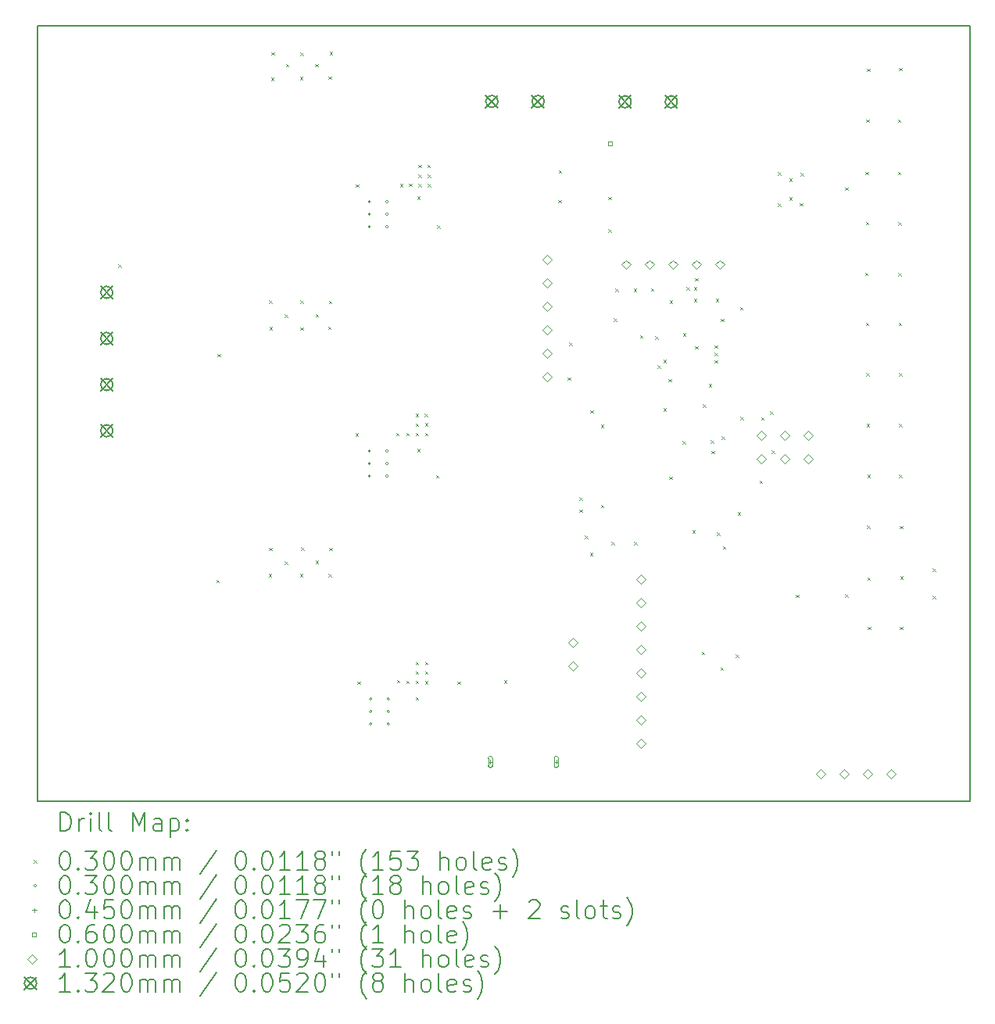
<source format=gbr>
%TF.GenerationSoftware,KiCad,Pcbnew,8.0.4*%
%TF.CreationDate,2025-10-24T14:41:25-04:00*%
%TF.ProjectId,Board,426f6172-642e-46b6-9963-61645f706362,rev?*%
%TF.SameCoordinates,Original*%
%TF.FileFunction,Drillmap*%
%TF.FilePolarity,Positive*%
%FSLAX45Y45*%
G04 Gerber Fmt 4.5, Leading zero omitted, Abs format (unit mm)*
G04 Created by KiCad (PCBNEW 8.0.4) date 2025-10-24 14:41:25*
%MOMM*%
%LPD*%
G01*
G04 APERTURE LIST*
%ADD10C,0.200000*%
%ADD11C,0.100000*%
%ADD12C,0.132000*%
G04 APERTURE END LIST*
D10*
X7498500Y-4805000D02*
X17602500Y-4805000D01*
X17602500Y-13209000D01*
X7498500Y-13209000D01*
X7498500Y-4805000D01*
D11*
X8372000Y-7393500D02*
X8402000Y-7423500D01*
X8402000Y-7393500D02*
X8372000Y-7423500D01*
X9436000Y-10808000D02*
X9466000Y-10838000D01*
X9466000Y-10808000D02*
X9436000Y-10838000D01*
X9451000Y-8363000D02*
X9481000Y-8393000D01*
X9481000Y-8363000D02*
X9451000Y-8393000D01*
X10004000Y-10746000D02*
X10034000Y-10776000D01*
X10034000Y-10746000D02*
X10004000Y-10776000D01*
X10007000Y-10463000D02*
X10037000Y-10493000D01*
X10037000Y-10463000D02*
X10007000Y-10493000D01*
X10009000Y-7784000D02*
X10039000Y-7814000D01*
X10039000Y-7784000D02*
X10009000Y-7814000D01*
X10011000Y-8069000D02*
X10041000Y-8099000D01*
X10041000Y-8069000D02*
X10011000Y-8099000D01*
X10028000Y-5371000D02*
X10058000Y-5401000D01*
X10058000Y-5371000D02*
X10028000Y-5401000D01*
X10032000Y-5094000D02*
X10062000Y-5124000D01*
X10062000Y-5094000D02*
X10032000Y-5124000D01*
X10179000Y-7934000D02*
X10209000Y-7964000D01*
X10209000Y-7934000D02*
X10179000Y-7964000D01*
X10179000Y-10610000D02*
X10209000Y-10640000D01*
X10209000Y-10610000D02*
X10179000Y-10640000D01*
X10191000Y-5223000D02*
X10221000Y-5253000D01*
X10221000Y-5223000D02*
X10191000Y-5253000D01*
X10343000Y-5363000D02*
X10373000Y-5393000D01*
X10373000Y-5363000D02*
X10343000Y-5393000D01*
X10343000Y-10747000D02*
X10373000Y-10777000D01*
X10373000Y-10747000D02*
X10343000Y-10777000D01*
X10345000Y-5099000D02*
X10375000Y-5129000D01*
X10375000Y-5099000D02*
X10345000Y-5129000D01*
X10346000Y-7782000D02*
X10376000Y-7812000D01*
X10376000Y-7782000D02*
X10346000Y-7812000D01*
X10347000Y-8074000D02*
X10377000Y-8104000D01*
X10377000Y-8074000D02*
X10347000Y-8104000D01*
X10353000Y-10459000D02*
X10383000Y-10489000D01*
X10383000Y-10459000D02*
X10353000Y-10489000D01*
X10509000Y-5220000D02*
X10539000Y-5250000D01*
X10539000Y-5220000D02*
X10509000Y-5250000D01*
X10510000Y-10604000D02*
X10540000Y-10634000D01*
X10540000Y-10604000D02*
X10510000Y-10634000D01*
X10511000Y-7931000D02*
X10541000Y-7961000D01*
X10541000Y-7931000D02*
X10511000Y-7961000D01*
X10648000Y-8067000D02*
X10678000Y-8097000D01*
X10678000Y-8067000D02*
X10648000Y-8097000D01*
X10653000Y-5357000D02*
X10683000Y-5387000D01*
X10683000Y-5357000D02*
X10653000Y-5387000D01*
X10653000Y-10747000D02*
X10683000Y-10777000D01*
X10683000Y-10747000D02*
X10653000Y-10777000D01*
X10655000Y-7785000D02*
X10685000Y-7815000D01*
X10685000Y-7785000D02*
X10655000Y-7815000D01*
X10661000Y-10461000D02*
X10691000Y-10491000D01*
X10691000Y-10461000D02*
X10661000Y-10491000D01*
X10664000Y-5091000D02*
X10694000Y-5121000D01*
X10694000Y-5091000D02*
X10664000Y-5121000D01*
X10943000Y-9221000D02*
X10973000Y-9251000D01*
X10973000Y-9221000D02*
X10943000Y-9251000D01*
X10947000Y-6524000D02*
X10977000Y-6554000D01*
X10977000Y-6524000D02*
X10947000Y-6554000D01*
X10963500Y-11909500D02*
X10993500Y-11939500D01*
X10993500Y-11909500D02*
X10963500Y-11939500D01*
X11385000Y-9217000D02*
X11415000Y-9247000D01*
X11415000Y-9217000D02*
X11385000Y-9247000D01*
X11392000Y-11894000D02*
X11422000Y-11924000D01*
X11422000Y-11894000D02*
X11392000Y-11924000D01*
X11424000Y-6519000D02*
X11454000Y-6549000D01*
X11454000Y-6519000D02*
X11424000Y-6549000D01*
X11493000Y-9216000D02*
X11523000Y-9246000D01*
X11523000Y-9216000D02*
X11493000Y-9246000D01*
X11494000Y-11900000D02*
X11524000Y-11930000D01*
X11524000Y-11900000D02*
X11494000Y-11930000D01*
X11525000Y-6518000D02*
X11555000Y-6548000D01*
X11555000Y-6518000D02*
X11525000Y-6548000D01*
X11594000Y-9010000D02*
X11624000Y-9040000D01*
X11624000Y-9010000D02*
X11594000Y-9040000D01*
X11594500Y-12079500D02*
X11624500Y-12109500D01*
X11624500Y-12079500D02*
X11594500Y-12109500D01*
X11595000Y-9117000D02*
X11625000Y-9147000D01*
X11625000Y-9117000D02*
X11595000Y-9147000D01*
X11595000Y-9217000D02*
X11625000Y-9247000D01*
X11625000Y-9217000D02*
X11595000Y-9247000D01*
X11595000Y-11699000D02*
X11625000Y-11729000D01*
X11625000Y-11699000D02*
X11595000Y-11729000D01*
X11596000Y-11800000D02*
X11626000Y-11830000D01*
X11626000Y-11800000D02*
X11596000Y-11830000D01*
X11596000Y-11902000D02*
X11626000Y-11932000D01*
X11626000Y-11902000D02*
X11596000Y-11932000D01*
X11612000Y-9393000D02*
X11642000Y-9423000D01*
X11642000Y-9393000D02*
X11612000Y-9423000D01*
X11613000Y-6657000D02*
X11643000Y-6687000D01*
X11643000Y-6657000D02*
X11613000Y-6687000D01*
X11623000Y-6315000D02*
X11653000Y-6345000D01*
X11653000Y-6315000D02*
X11623000Y-6345000D01*
X11625000Y-6420000D02*
X11655000Y-6450000D01*
X11655000Y-6420000D02*
X11625000Y-6450000D01*
X11625000Y-6521000D02*
X11655000Y-6551000D01*
X11655000Y-6521000D02*
X11625000Y-6551000D01*
X11694000Y-9011000D02*
X11724000Y-9041000D01*
X11724000Y-9011000D02*
X11694000Y-9041000D01*
X11695000Y-9113000D02*
X11725000Y-9143000D01*
X11725000Y-9113000D02*
X11695000Y-9143000D01*
X11695000Y-9218000D02*
X11725000Y-9248000D01*
X11725000Y-9218000D02*
X11695000Y-9248000D01*
X11696000Y-11801000D02*
X11726000Y-11831000D01*
X11726000Y-11801000D02*
X11696000Y-11831000D01*
X11696000Y-11904000D02*
X11726000Y-11934000D01*
X11726000Y-11904000D02*
X11696000Y-11934000D01*
X11698000Y-11699000D02*
X11728000Y-11729000D01*
X11728000Y-11699000D02*
X11698000Y-11729000D01*
X11724000Y-6312000D02*
X11754000Y-6342000D01*
X11754000Y-6312000D02*
X11724000Y-6342000D01*
X11725000Y-6420000D02*
X11755000Y-6450000D01*
X11755000Y-6420000D02*
X11725000Y-6450000D01*
X11726000Y-6521000D02*
X11756000Y-6551000D01*
X11756000Y-6521000D02*
X11726000Y-6551000D01*
X11817000Y-9673000D02*
X11847000Y-9703000D01*
X11847000Y-9673000D02*
X11817000Y-9703000D01*
X11826000Y-6972000D02*
X11856000Y-7002000D01*
X11856000Y-6972000D02*
X11826000Y-7002000D01*
X12049000Y-11910000D02*
X12079000Y-11940000D01*
X12079000Y-11910000D02*
X12049000Y-11940000D01*
X12552000Y-11897000D02*
X12582000Y-11927000D01*
X12582000Y-11897000D02*
X12552000Y-11927000D01*
X13140000Y-6696000D02*
X13170000Y-6726000D01*
X13170000Y-6696000D02*
X13140000Y-6726000D01*
X13146000Y-6373000D02*
X13176000Y-6403000D01*
X13176000Y-6373000D02*
X13146000Y-6403000D01*
X13244000Y-8617000D02*
X13274000Y-8647000D01*
X13274000Y-8617000D02*
X13244000Y-8647000D01*
X13259000Y-8238000D02*
X13289000Y-8268000D01*
X13289000Y-8238000D02*
X13259000Y-8268000D01*
X13367000Y-10049000D02*
X13397000Y-10079000D01*
X13397000Y-10049000D02*
X13367000Y-10079000D01*
X13368000Y-9914000D02*
X13398000Y-9944000D01*
X13398000Y-9914000D02*
X13368000Y-9944000D01*
X13426061Y-10330061D02*
X13456061Y-10360061D01*
X13456061Y-10330061D02*
X13426061Y-10360061D01*
X13485000Y-10518606D02*
X13515000Y-10548606D01*
X13515000Y-10518606D02*
X13485000Y-10548606D01*
X13488000Y-8974000D02*
X13518000Y-9004000D01*
X13518000Y-8974000D02*
X13488000Y-9004000D01*
X13602000Y-9997000D02*
X13632000Y-10027000D01*
X13632000Y-9997000D02*
X13602000Y-10027000D01*
X13603500Y-9129500D02*
X13633500Y-9159500D01*
X13633500Y-9129500D02*
X13603500Y-9159500D01*
X13681000Y-7014000D02*
X13711000Y-7044000D01*
X13711000Y-7014000D02*
X13681000Y-7044000D01*
X13684000Y-6661000D02*
X13714000Y-6691000D01*
X13714000Y-6661000D02*
X13684000Y-6691000D01*
X13714000Y-10398000D02*
X13744000Y-10428000D01*
X13744000Y-10398000D02*
X13714000Y-10428000D01*
X13741000Y-7977000D02*
X13771000Y-8007000D01*
X13771000Y-7977000D02*
X13741000Y-8007000D01*
X13758000Y-7655000D02*
X13788000Y-7685000D01*
X13788000Y-7655000D02*
X13758000Y-7685000D01*
X13958000Y-7656000D02*
X13988000Y-7686000D01*
X13988000Y-7656000D02*
X13958000Y-7686000D01*
X13962000Y-10398000D02*
X13992000Y-10428000D01*
X13992000Y-10398000D02*
X13962000Y-10428000D01*
X14025000Y-8159000D02*
X14055000Y-8189000D01*
X14055000Y-8159000D02*
X14025000Y-8189000D01*
X14142000Y-7653000D02*
X14172000Y-7683000D01*
X14172000Y-7653000D02*
X14142000Y-7683000D01*
X14190000Y-8174000D02*
X14220000Y-8204000D01*
X14220000Y-8174000D02*
X14190000Y-8204000D01*
X14215517Y-8487095D02*
X14245517Y-8517095D01*
X14245517Y-8487095D02*
X14215517Y-8517095D01*
X14278500Y-8952000D02*
X14308500Y-8982000D01*
X14308500Y-8952000D02*
X14278500Y-8982000D01*
X14278806Y-8423806D02*
X14308806Y-8453806D01*
X14308806Y-8423806D02*
X14278806Y-8453806D01*
X14333000Y-8633000D02*
X14363000Y-8663000D01*
X14363000Y-8633000D02*
X14333000Y-8663000D01*
X14341000Y-9691000D02*
X14371000Y-9721000D01*
X14371000Y-9691000D02*
X14341000Y-9721000D01*
X14348000Y-7784000D02*
X14378000Y-7814000D01*
X14378000Y-7784000D02*
X14348000Y-7814000D01*
X14485000Y-9306000D02*
X14515000Y-9336000D01*
X14515000Y-9306000D02*
X14485000Y-9336000D01*
X14492000Y-8136000D02*
X14522000Y-8166000D01*
X14522000Y-8136000D02*
X14492000Y-8166000D01*
X14530000Y-7640500D02*
X14560000Y-7670500D01*
X14560000Y-7640500D02*
X14530000Y-7670500D01*
X14593750Y-10273750D02*
X14623750Y-10303750D01*
X14623750Y-10273750D02*
X14593750Y-10303750D01*
X14610000Y-7640500D02*
X14640000Y-7670500D01*
X14640000Y-7640500D02*
X14610000Y-7670500D01*
X14610000Y-7765500D02*
X14640000Y-7795500D01*
X14640000Y-7765500D02*
X14610000Y-7795500D01*
X14621806Y-7541806D02*
X14651806Y-7571806D01*
X14651806Y-7541806D02*
X14621806Y-7571806D01*
X14624000Y-8278000D02*
X14654000Y-8308000D01*
X14654000Y-8278000D02*
X14624000Y-8308000D01*
X14693000Y-11590000D02*
X14723000Y-11620000D01*
X14723000Y-11590000D02*
X14693000Y-11620000D01*
X14708000Y-8909000D02*
X14738000Y-8939000D01*
X14738000Y-8909000D02*
X14708000Y-8939000D01*
X14771000Y-8686500D02*
X14801000Y-8716500D01*
X14801000Y-8686500D02*
X14771000Y-8716500D01*
X14790000Y-9298500D02*
X14820000Y-9328500D01*
X14820000Y-9298500D02*
X14790000Y-9328500D01*
X14799000Y-9411000D02*
X14829000Y-9441000D01*
X14829000Y-9411000D02*
X14799000Y-9441000D01*
X14833000Y-8269999D02*
X14863000Y-8299999D01*
X14863000Y-8269999D02*
X14833000Y-8299999D01*
X14833000Y-8350000D02*
X14863000Y-8380000D01*
X14863000Y-8350000D02*
X14833000Y-8380000D01*
X14833000Y-8430000D02*
X14863000Y-8460000D01*
X14863000Y-8430000D02*
X14833000Y-8460000D01*
X14847500Y-7767500D02*
X14877500Y-7797500D01*
X14877500Y-7767500D02*
X14847500Y-7797500D01*
X14859500Y-10295000D02*
X14889500Y-10325000D01*
X14889500Y-10295000D02*
X14859500Y-10325000D01*
X14896000Y-11759000D02*
X14926000Y-11789000D01*
X14926000Y-11759000D02*
X14896000Y-11789000D01*
X14900000Y-7981000D02*
X14930000Y-8011000D01*
X14930000Y-7981000D02*
X14900000Y-8011000D01*
X14910056Y-9254944D02*
X14940056Y-9284944D01*
X14940056Y-9254944D02*
X14910056Y-9284944D01*
X14922500Y-10445000D02*
X14952500Y-10475000D01*
X14952500Y-10445000D02*
X14922500Y-10475000D01*
X15064000Y-11619000D02*
X15094000Y-11649000D01*
X15094000Y-11619000D02*
X15064000Y-11649000D01*
X15084000Y-10076000D02*
X15114000Y-10106000D01*
X15114000Y-10076000D02*
X15084000Y-10106000D01*
X15107000Y-7855000D02*
X15137000Y-7885000D01*
X15137000Y-7855000D02*
X15107000Y-7885000D01*
X15113000Y-9043000D02*
X15143000Y-9073000D01*
X15143000Y-9043000D02*
X15113000Y-9073000D01*
X15321000Y-9735000D02*
X15351000Y-9765000D01*
X15351000Y-9735000D02*
X15321000Y-9765000D01*
X15336000Y-9049000D02*
X15366000Y-9079000D01*
X15366000Y-9049000D02*
X15336000Y-9079000D01*
X15435000Y-8985000D02*
X15465000Y-9015000D01*
X15465000Y-8985000D02*
X15435000Y-9015000D01*
X15451416Y-9408000D02*
X15481416Y-9438000D01*
X15481416Y-9408000D02*
X15451416Y-9438000D01*
X15520000Y-6733000D02*
X15550000Y-6763000D01*
X15550000Y-6733000D02*
X15520000Y-6763000D01*
X15521000Y-6396000D02*
X15551000Y-6426000D01*
X15551000Y-6396000D02*
X15521000Y-6426000D01*
X15644000Y-6461000D02*
X15674000Y-6491000D01*
X15674000Y-6461000D02*
X15644000Y-6491000D01*
X15644000Y-6667000D02*
X15674000Y-6697000D01*
X15674000Y-6667000D02*
X15644000Y-6697000D01*
X15715000Y-10969000D02*
X15745000Y-10999000D01*
X15745000Y-10969000D02*
X15715000Y-10999000D01*
X15758000Y-6728000D02*
X15788000Y-6758000D01*
X15788000Y-6728000D02*
X15758000Y-6758000D01*
X15766000Y-6401000D02*
X15796000Y-6431000D01*
X15796000Y-6401000D02*
X15766000Y-6431000D01*
X16246000Y-6561000D02*
X16276000Y-6591000D01*
X16276000Y-6561000D02*
X16246000Y-6591000D01*
X16248000Y-10967000D02*
X16278000Y-10997000D01*
X16278000Y-10967000D02*
X16248000Y-10997000D01*
X16463000Y-7481000D02*
X16493000Y-7511000D01*
X16493000Y-7481000D02*
X16463000Y-7511000D01*
X16467000Y-6390000D02*
X16497000Y-6420000D01*
X16497000Y-6390000D02*
X16467000Y-6420000D01*
X16471000Y-6933000D02*
X16501000Y-6963000D01*
X16501000Y-6933000D02*
X16471000Y-6963000D01*
X16472000Y-8025000D02*
X16502000Y-8055000D01*
X16502000Y-8025000D02*
X16472000Y-8055000D01*
X16474000Y-8572000D02*
X16504000Y-8602000D01*
X16504000Y-8572000D02*
X16474000Y-8602000D01*
X16478000Y-5823000D02*
X16508000Y-5853000D01*
X16508000Y-5823000D02*
X16478000Y-5853000D01*
X16481000Y-9122000D02*
X16511000Y-9152000D01*
X16511000Y-9122000D02*
X16481000Y-9152000D01*
X16483000Y-5273000D02*
X16513000Y-5303000D01*
X16513000Y-5273000D02*
X16483000Y-5303000D01*
X16486000Y-10223000D02*
X16516000Y-10253000D01*
X16516000Y-10223000D02*
X16486000Y-10253000D01*
X16488000Y-9670000D02*
X16518000Y-9700000D01*
X16518000Y-9670000D02*
X16488000Y-9700000D01*
X16490000Y-10783000D02*
X16520000Y-10813000D01*
X16520000Y-10783000D02*
X16490000Y-10813000D01*
X16491000Y-11319000D02*
X16521000Y-11349000D01*
X16521000Y-11319000D02*
X16491000Y-11349000D01*
X16820000Y-6389000D02*
X16850000Y-6419000D01*
X16850000Y-6389000D02*
X16820000Y-6419000D01*
X16821000Y-5823000D02*
X16851000Y-5853000D01*
X16851000Y-5823000D02*
X16821000Y-5853000D01*
X16822000Y-6936000D02*
X16852000Y-6966000D01*
X16852000Y-6936000D02*
X16822000Y-6966000D01*
X16825000Y-7485000D02*
X16855000Y-7515000D01*
X16855000Y-7485000D02*
X16825000Y-7515000D01*
X16826000Y-8024000D02*
X16856000Y-8054000D01*
X16856000Y-8024000D02*
X16826000Y-8054000D01*
X16830000Y-9121000D02*
X16860000Y-9151000D01*
X16860000Y-9121000D02*
X16830000Y-9151000D01*
X16831000Y-8569000D02*
X16861000Y-8599000D01*
X16861000Y-8569000D02*
X16831000Y-8599000D01*
X16834000Y-5265000D02*
X16864000Y-5295000D01*
X16864000Y-5265000D02*
X16834000Y-5295000D01*
X16834000Y-9670000D02*
X16864000Y-9700000D01*
X16864000Y-9670000D02*
X16834000Y-9700000D01*
X16840000Y-11318000D02*
X16870000Y-11348000D01*
X16870000Y-11318000D02*
X16840000Y-11348000D01*
X16841000Y-10225000D02*
X16871000Y-10255000D01*
X16871000Y-10225000D02*
X16841000Y-10255000D01*
X16846000Y-10770000D02*
X16876000Y-10800000D01*
X16876000Y-10770000D02*
X16846000Y-10800000D01*
X17196000Y-10686000D02*
X17226000Y-10716000D01*
X17226000Y-10686000D02*
X17196000Y-10716000D01*
X17196000Y-10983000D02*
X17226000Y-11013000D01*
X17226000Y-10983000D02*
X17196000Y-11013000D01*
X11109000Y-6713500D02*
G75*
G02*
X11079000Y-6713500I-15000J0D01*
G01*
X11079000Y-6713500D02*
G75*
G02*
X11109000Y-6713500I15000J0D01*
G01*
X11109000Y-6848500D02*
G75*
G02*
X11079000Y-6848500I-15000J0D01*
G01*
X11079000Y-6848500D02*
G75*
G02*
X11109000Y-6848500I15000J0D01*
G01*
X11109000Y-6983500D02*
G75*
G02*
X11079000Y-6983500I-15000J0D01*
G01*
X11079000Y-6983500D02*
G75*
G02*
X11109000Y-6983500I15000J0D01*
G01*
X11109000Y-9415000D02*
G75*
G02*
X11079000Y-9415000I-15000J0D01*
G01*
X11079000Y-9415000D02*
G75*
G02*
X11109000Y-9415000I15000J0D01*
G01*
X11109000Y-9550000D02*
G75*
G02*
X11079000Y-9550000I-15000J0D01*
G01*
X11079000Y-9550000D02*
G75*
G02*
X11109000Y-9550000I15000J0D01*
G01*
X11109000Y-9685000D02*
G75*
G02*
X11079000Y-9685000I-15000J0D01*
G01*
X11079000Y-9685000D02*
G75*
G02*
X11109000Y-9685000I15000J0D01*
G01*
X11123000Y-12100500D02*
G75*
G02*
X11093000Y-12100500I-15000J0D01*
G01*
X11093000Y-12100500D02*
G75*
G02*
X11123000Y-12100500I15000J0D01*
G01*
X11123000Y-12235500D02*
G75*
G02*
X11093000Y-12235500I-15000J0D01*
G01*
X11093000Y-12235500D02*
G75*
G02*
X11123000Y-12235500I15000J0D01*
G01*
X11123000Y-12370500D02*
G75*
G02*
X11093000Y-12370500I-15000J0D01*
G01*
X11093000Y-12370500D02*
G75*
G02*
X11123000Y-12370500I15000J0D01*
G01*
X11299000Y-6713500D02*
G75*
G02*
X11269000Y-6713500I-15000J0D01*
G01*
X11269000Y-6713500D02*
G75*
G02*
X11299000Y-6713500I15000J0D01*
G01*
X11299000Y-6848500D02*
G75*
G02*
X11269000Y-6848500I-15000J0D01*
G01*
X11269000Y-6848500D02*
G75*
G02*
X11299000Y-6848500I15000J0D01*
G01*
X11299000Y-6983500D02*
G75*
G02*
X11269000Y-6983500I-15000J0D01*
G01*
X11269000Y-6983500D02*
G75*
G02*
X11299000Y-6983500I15000J0D01*
G01*
X11299000Y-9415000D02*
G75*
G02*
X11269000Y-9415000I-15000J0D01*
G01*
X11269000Y-9415000D02*
G75*
G02*
X11299000Y-9415000I15000J0D01*
G01*
X11299000Y-9550000D02*
G75*
G02*
X11269000Y-9550000I-15000J0D01*
G01*
X11269000Y-9550000D02*
G75*
G02*
X11299000Y-9550000I15000J0D01*
G01*
X11299000Y-9685000D02*
G75*
G02*
X11269000Y-9685000I-15000J0D01*
G01*
X11269000Y-9685000D02*
G75*
G02*
X11299000Y-9685000I15000J0D01*
G01*
X11313000Y-12100500D02*
G75*
G02*
X11283000Y-12100500I-15000J0D01*
G01*
X11283000Y-12100500D02*
G75*
G02*
X11313000Y-12100500I15000J0D01*
G01*
X11313000Y-12235500D02*
G75*
G02*
X11283000Y-12235500I-15000J0D01*
G01*
X11283000Y-12235500D02*
G75*
G02*
X11313000Y-12235500I15000J0D01*
G01*
X11313000Y-12370500D02*
G75*
G02*
X11283000Y-12370500I-15000J0D01*
G01*
X11283000Y-12370500D02*
G75*
G02*
X11313000Y-12370500I15000J0D01*
G01*
X12403500Y-12760500D02*
X12403500Y-12805500D01*
X12381000Y-12783000D02*
X12426000Y-12783000D01*
X12426000Y-12823000D02*
X12426000Y-12743000D01*
X12381000Y-12743000D02*
G75*
G02*
X12426000Y-12743000I22500J0D01*
G01*
X12381000Y-12743000D02*
X12381000Y-12823000D01*
X12381000Y-12823000D02*
G75*
G03*
X12426000Y-12823000I22500J0D01*
G01*
X13118500Y-12760500D02*
X13118500Y-12805500D01*
X13096000Y-12783000D02*
X13141000Y-12783000D01*
X13096000Y-12743000D02*
X13096000Y-12823000D01*
X13141000Y-12823000D02*
G75*
G02*
X13096000Y-12823000I-22500J0D01*
G01*
X13141000Y-12823000D02*
X13141000Y-12743000D01*
X13141000Y-12743000D02*
G75*
G03*
X13096000Y-12743000I-22500J0D01*
G01*
X13720213Y-6100213D02*
X13720213Y-6057787D01*
X13677787Y-6057787D01*
X13677787Y-6100213D01*
X13720213Y-6100213D01*
X13022000Y-7392000D02*
X13072000Y-7342000D01*
X13022000Y-7292000D01*
X12972000Y-7342000D01*
X13022000Y-7392000D01*
X13022000Y-7646000D02*
X13072000Y-7596000D01*
X13022000Y-7546000D01*
X12972000Y-7596000D01*
X13022000Y-7646000D01*
X13022000Y-7900000D02*
X13072000Y-7850000D01*
X13022000Y-7800000D01*
X12972000Y-7850000D01*
X13022000Y-7900000D01*
X13022000Y-8154000D02*
X13072000Y-8104000D01*
X13022000Y-8054000D01*
X12972000Y-8104000D01*
X13022000Y-8154000D01*
X13022000Y-8408000D02*
X13072000Y-8358000D01*
X13022000Y-8308000D01*
X12972000Y-8358000D01*
X13022000Y-8408000D01*
X13022000Y-8662000D02*
X13072000Y-8612000D01*
X13022000Y-8562000D01*
X12972000Y-8612000D01*
X13022000Y-8662000D01*
X13299000Y-11538000D02*
X13349000Y-11488000D01*
X13299000Y-11438000D01*
X13249000Y-11488000D01*
X13299000Y-11538000D01*
X13299000Y-11792000D02*
X13349000Y-11742000D01*
X13299000Y-11692000D01*
X13249000Y-11742000D01*
X13299000Y-11792000D01*
X13877000Y-7445000D02*
X13927000Y-7395000D01*
X13877000Y-7345000D01*
X13827000Y-7395000D01*
X13877000Y-7445000D01*
X14034840Y-10855260D02*
X14084840Y-10805260D01*
X14034840Y-10755260D01*
X13984840Y-10805260D01*
X14034840Y-10855260D01*
X14034840Y-11109260D02*
X14084840Y-11059260D01*
X14034840Y-11009260D01*
X13984840Y-11059260D01*
X14034840Y-11109260D01*
X14034840Y-11363260D02*
X14084840Y-11313260D01*
X14034840Y-11263260D01*
X13984840Y-11313260D01*
X14034840Y-11363260D01*
X14034840Y-11617260D02*
X14084840Y-11567260D01*
X14034840Y-11517260D01*
X13984840Y-11567260D01*
X14034840Y-11617260D01*
X14034840Y-11871260D02*
X14084840Y-11821260D01*
X14034840Y-11771260D01*
X13984840Y-11821260D01*
X14034840Y-11871260D01*
X14034840Y-12125260D02*
X14084840Y-12075260D01*
X14034840Y-12025260D01*
X13984840Y-12075260D01*
X14034840Y-12125260D01*
X14034840Y-12379260D02*
X14084840Y-12329260D01*
X14034840Y-12279260D01*
X13984840Y-12329260D01*
X14034840Y-12379260D01*
X14034840Y-12633260D02*
X14084840Y-12583260D01*
X14034840Y-12533260D01*
X13984840Y-12583260D01*
X14034840Y-12633260D01*
X14131000Y-7445000D02*
X14181000Y-7395000D01*
X14131000Y-7345000D01*
X14081000Y-7395000D01*
X14131000Y-7445000D01*
X14385000Y-7445000D02*
X14435000Y-7395000D01*
X14385000Y-7345000D01*
X14335000Y-7395000D01*
X14385000Y-7445000D01*
X14639000Y-7445000D02*
X14689000Y-7395000D01*
X14639000Y-7345000D01*
X14589000Y-7395000D01*
X14639000Y-7445000D01*
X14893000Y-7445000D02*
X14943000Y-7395000D01*
X14893000Y-7345000D01*
X14843000Y-7395000D01*
X14893000Y-7445000D01*
X15338000Y-9293000D02*
X15388000Y-9243000D01*
X15338000Y-9193000D01*
X15288000Y-9243000D01*
X15338000Y-9293000D01*
X15338000Y-9547000D02*
X15388000Y-9497000D01*
X15338000Y-9447000D01*
X15288000Y-9497000D01*
X15338000Y-9547000D01*
X15592000Y-9293000D02*
X15642000Y-9243000D01*
X15592000Y-9193000D01*
X15542000Y-9243000D01*
X15592000Y-9293000D01*
X15592000Y-9547000D02*
X15642000Y-9497000D01*
X15592000Y-9447000D01*
X15542000Y-9497000D01*
X15592000Y-9547000D01*
X15846000Y-9293000D02*
X15896000Y-9243000D01*
X15846000Y-9193000D01*
X15796000Y-9243000D01*
X15846000Y-9293000D01*
X15846000Y-9547000D02*
X15896000Y-9497000D01*
X15846000Y-9447000D01*
X15796000Y-9497000D01*
X15846000Y-9547000D01*
X15985000Y-12964000D02*
X16035000Y-12914000D01*
X15985000Y-12864000D01*
X15935000Y-12914000D01*
X15985000Y-12964000D01*
X16239000Y-12964000D02*
X16289000Y-12914000D01*
X16239000Y-12864000D01*
X16189000Y-12914000D01*
X16239000Y-12964000D01*
X16493000Y-12964000D02*
X16543000Y-12914000D01*
X16493000Y-12864000D01*
X16443000Y-12914000D01*
X16493000Y-12964000D01*
X16747000Y-12964000D02*
X16797000Y-12914000D01*
X16747000Y-12864000D01*
X16697000Y-12914000D01*
X16747000Y-12964000D01*
D12*
X8182000Y-7629000D02*
X8314000Y-7761000D01*
X8314000Y-7629000D02*
X8182000Y-7761000D01*
X8314000Y-7695000D02*
G75*
G02*
X8182000Y-7695000I-66000J0D01*
G01*
X8182000Y-7695000D02*
G75*
G02*
X8314000Y-7695000I66000J0D01*
G01*
X8182000Y-8129000D02*
X8314000Y-8261000D01*
X8314000Y-8129000D02*
X8182000Y-8261000D01*
X8314000Y-8195000D02*
G75*
G02*
X8182000Y-8195000I-66000J0D01*
G01*
X8182000Y-8195000D02*
G75*
G02*
X8314000Y-8195000I66000J0D01*
G01*
X8182000Y-8629000D02*
X8314000Y-8761000D01*
X8314000Y-8629000D02*
X8182000Y-8761000D01*
X8314000Y-8695000D02*
G75*
G02*
X8182000Y-8695000I-66000J0D01*
G01*
X8182000Y-8695000D02*
G75*
G02*
X8314000Y-8695000I66000J0D01*
G01*
X8182000Y-9129000D02*
X8314000Y-9261000D01*
X8314000Y-9129000D02*
X8182000Y-9261000D01*
X8314000Y-9195000D02*
G75*
G02*
X8182000Y-9195000I-66000J0D01*
G01*
X8182000Y-9195000D02*
G75*
G02*
X8314000Y-9195000I66000J0D01*
G01*
X12354000Y-5562000D02*
X12486000Y-5694000D01*
X12486000Y-5562000D02*
X12354000Y-5694000D01*
X12486000Y-5628000D02*
G75*
G02*
X12354000Y-5628000I-66000J0D01*
G01*
X12354000Y-5628000D02*
G75*
G02*
X12486000Y-5628000I66000J0D01*
G01*
X12854000Y-5562000D02*
X12986000Y-5694000D01*
X12986000Y-5562000D02*
X12854000Y-5694000D01*
X12986000Y-5628000D02*
G75*
G02*
X12854000Y-5628000I-66000J0D01*
G01*
X12854000Y-5628000D02*
G75*
G02*
X12986000Y-5628000I66000J0D01*
G01*
X13797000Y-5566000D02*
X13929000Y-5698000D01*
X13929000Y-5566000D02*
X13797000Y-5698000D01*
X13929000Y-5632000D02*
G75*
G02*
X13797000Y-5632000I-66000J0D01*
G01*
X13797000Y-5632000D02*
G75*
G02*
X13929000Y-5632000I66000J0D01*
G01*
X14297000Y-5566000D02*
X14429000Y-5698000D01*
X14429000Y-5566000D02*
X14297000Y-5698000D01*
X14429000Y-5632000D02*
G75*
G02*
X14297000Y-5632000I-66000J0D01*
G01*
X14297000Y-5632000D02*
G75*
G02*
X14429000Y-5632000I66000J0D01*
G01*
D10*
X7749277Y-13530484D02*
X7749277Y-13330484D01*
X7749277Y-13330484D02*
X7796896Y-13330484D01*
X7796896Y-13330484D02*
X7825467Y-13340008D01*
X7825467Y-13340008D02*
X7844515Y-13359055D01*
X7844515Y-13359055D02*
X7854039Y-13378103D01*
X7854039Y-13378103D02*
X7863562Y-13416198D01*
X7863562Y-13416198D02*
X7863562Y-13444769D01*
X7863562Y-13444769D02*
X7854039Y-13482865D01*
X7854039Y-13482865D02*
X7844515Y-13501912D01*
X7844515Y-13501912D02*
X7825467Y-13520960D01*
X7825467Y-13520960D02*
X7796896Y-13530484D01*
X7796896Y-13530484D02*
X7749277Y-13530484D01*
X7949277Y-13530484D02*
X7949277Y-13397150D01*
X7949277Y-13435246D02*
X7958801Y-13416198D01*
X7958801Y-13416198D02*
X7968324Y-13406674D01*
X7968324Y-13406674D02*
X7987372Y-13397150D01*
X7987372Y-13397150D02*
X8006420Y-13397150D01*
X8073086Y-13530484D02*
X8073086Y-13397150D01*
X8073086Y-13330484D02*
X8063562Y-13340008D01*
X8063562Y-13340008D02*
X8073086Y-13349531D01*
X8073086Y-13349531D02*
X8082610Y-13340008D01*
X8082610Y-13340008D02*
X8073086Y-13330484D01*
X8073086Y-13330484D02*
X8073086Y-13349531D01*
X8196896Y-13530484D02*
X8177848Y-13520960D01*
X8177848Y-13520960D02*
X8168324Y-13501912D01*
X8168324Y-13501912D02*
X8168324Y-13330484D01*
X8301658Y-13530484D02*
X8282610Y-13520960D01*
X8282610Y-13520960D02*
X8273086Y-13501912D01*
X8273086Y-13501912D02*
X8273086Y-13330484D01*
X8530229Y-13530484D02*
X8530229Y-13330484D01*
X8530229Y-13330484D02*
X8596896Y-13473341D01*
X8596896Y-13473341D02*
X8663563Y-13330484D01*
X8663563Y-13330484D02*
X8663563Y-13530484D01*
X8844515Y-13530484D02*
X8844515Y-13425722D01*
X8844515Y-13425722D02*
X8834991Y-13406674D01*
X8834991Y-13406674D02*
X8815944Y-13397150D01*
X8815944Y-13397150D02*
X8777848Y-13397150D01*
X8777848Y-13397150D02*
X8758801Y-13406674D01*
X8844515Y-13520960D02*
X8825467Y-13530484D01*
X8825467Y-13530484D02*
X8777848Y-13530484D01*
X8777848Y-13530484D02*
X8758801Y-13520960D01*
X8758801Y-13520960D02*
X8749277Y-13501912D01*
X8749277Y-13501912D02*
X8749277Y-13482865D01*
X8749277Y-13482865D02*
X8758801Y-13463817D01*
X8758801Y-13463817D02*
X8777848Y-13454293D01*
X8777848Y-13454293D02*
X8825467Y-13454293D01*
X8825467Y-13454293D02*
X8844515Y-13444769D01*
X8939753Y-13397150D02*
X8939753Y-13597150D01*
X8939753Y-13406674D02*
X8958801Y-13397150D01*
X8958801Y-13397150D02*
X8996896Y-13397150D01*
X8996896Y-13397150D02*
X9015944Y-13406674D01*
X9015944Y-13406674D02*
X9025467Y-13416198D01*
X9025467Y-13416198D02*
X9034991Y-13435246D01*
X9034991Y-13435246D02*
X9034991Y-13492388D01*
X9034991Y-13492388D02*
X9025467Y-13511436D01*
X9025467Y-13511436D02*
X9015944Y-13520960D01*
X9015944Y-13520960D02*
X8996896Y-13530484D01*
X8996896Y-13530484D02*
X8958801Y-13530484D01*
X8958801Y-13530484D02*
X8939753Y-13520960D01*
X9120705Y-13511436D02*
X9130229Y-13520960D01*
X9130229Y-13520960D02*
X9120705Y-13530484D01*
X9120705Y-13530484D02*
X9111182Y-13520960D01*
X9111182Y-13520960D02*
X9120705Y-13511436D01*
X9120705Y-13511436D02*
X9120705Y-13530484D01*
X9120705Y-13406674D02*
X9130229Y-13416198D01*
X9130229Y-13416198D02*
X9120705Y-13425722D01*
X9120705Y-13425722D02*
X9111182Y-13416198D01*
X9111182Y-13416198D02*
X9120705Y-13406674D01*
X9120705Y-13406674D02*
X9120705Y-13425722D01*
D11*
X7458500Y-13844000D02*
X7488500Y-13874000D01*
X7488500Y-13844000D02*
X7458500Y-13874000D01*
D10*
X7787372Y-13750484D02*
X7806420Y-13750484D01*
X7806420Y-13750484D02*
X7825467Y-13760008D01*
X7825467Y-13760008D02*
X7834991Y-13769531D01*
X7834991Y-13769531D02*
X7844515Y-13788579D01*
X7844515Y-13788579D02*
X7854039Y-13826674D01*
X7854039Y-13826674D02*
X7854039Y-13874293D01*
X7854039Y-13874293D02*
X7844515Y-13912388D01*
X7844515Y-13912388D02*
X7834991Y-13931436D01*
X7834991Y-13931436D02*
X7825467Y-13940960D01*
X7825467Y-13940960D02*
X7806420Y-13950484D01*
X7806420Y-13950484D02*
X7787372Y-13950484D01*
X7787372Y-13950484D02*
X7768324Y-13940960D01*
X7768324Y-13940960D02*
X7758801Y-13931436D01*
X7758801Y-13931436D02*
X7749277Y-13912388D01*
X7749277Y-13912388D02*
X7739753Y-13874293D01*
X7739753Y-13874293D02*
X7739753Y-13826674D01*
X7739753Y-13826674D02*
X7749277Y-13788579D01*
X7749277Y-13788579D02*
X7758801Y-13769531D01*
X7758801Y-13769531D02*
X7768324Y-13760008D01*
X7768324Y-13760008D02*
X7787372Y-13750484D01*
X7939753Y-13931436D02*
X7949277Y-13940960D01*
X7949277Y-13940960D02*
X7939753Y-13950484D01*
X7939753Y-13950484D02*
X7930229Y-13940960D01*
X7930229Y-13940960D02*
X7939753Y-13931436D01*
X7939753Y-13931436D02*
X7939753Y-13950484D01*
X8015943Y-13750484D02*
X8139753Y-13750484D01*
X8139753Y-13750484D02*
X8073086Y-13826674D01*
X8073086Y-13826674D02*
X8101658Y-13826674D01*
X8101658Y-13826674D02*
X8120705Y-13836198D01*
X8120705Y-13836198D02*
X8130229Y-13845722D01*
X8130229Y-13845722D02*
X8139753Y-13864769D01*
X8139753Y-13864769D02*
X8139753Y-13912388D01*
X8139753Y-13912388D02*
X8130229Y-13931436D01*
X8130229Y-13931436D02*
X8120705Y-13940960D01*
X8120705Y-13940960D02*
X8101658Y-13950484D01*
X8101658Y-13950484D02*
X8044515Y-13950484D01*
X8044515Y-13950484D02*
X8025467Y-13940960D01*
X8025467Y-13940960D02*
X8015943Y-13931436D01*
X8263562Y-13750484D02*
X8282610Y-13750484D01*
X8282610Y-13750484D02*
X8301658Y-13760008D01*
X8301658Y-13760008D02*
X8311182Y-13769531D01*
X8311182Y-13769531D02*
X8320705Y-13788579D01*
X8320705Y-13788579D02*
X8330229Y-13826674D01*
X8330229Y-13826674D02*
X8330229Y-13874293D01*
X8330229Y-13874293D02*
X8320705Y-13912388D01*
X8320705Y-13912388D02*
X8311182Y-13931436D01*
X8311182Y-13931436D02*
X8301658Y-13940960D01*
X8301658Y-13940960D02*
X8282610Y-13950484D01*
X8282610Y-13950484D02*
X8263562Y-13950484D01*
X8263562Y-13950484D02*
X8244515Y-13940960D01*
X8244515Y-13940960D02*
X8234991Y-13931436D01*
X8234991Y-13931436D02*
X8225467Y-13912388D01*
X8225467Y-13912388D02*
X8215943Y-13874293D01*
X8215943Y-13874293D02*
X8215943Y-13826674D01*
X8215943Y-13826674D02*
X8225467Y-13788579D01*
X8225467Y-13788579D02*
X8234991Y-13769531D01*
X8234991Y-13769531D02*
X8244515Y-13760008D01*
X8244515Y-13760008D02*
X8263562Y-13750484D01*
X8454039Y-13750484D02*
X8473086Y-13750484D01*
X8473086Y-13750484D02*
X8492134Y-13760008D01*
X8492134Y-13760008D02*
X8501658Y-13769531D01*
X8501658Y-13769531D02*
X8511182Y-13788579D01*
X8511182Y-13788579D02*
X8520705Y-13826674D01*
X8520705Y-13826674D02*
X8520705Y-13874293D01*
X8520705Y-13874293D02*
X8511182Y-13912388D01*
X8511182Y-13912388D02*
X8501658Y-13931436D01*
X8501658Y-13931436D02*
X8492134Y-13940960D01*
X8492134Y-13940960D02*
X8473086Y-13950484D01*
X8473086Y-13950484D02*
X8454039Y-13950484D01*
X8454039Y-13950484D02*
X8434991Y-13940960D01*
X8434991Y-13940960D02*
X8425467Y-13931436D01*
X8425467Y-13931436D02*
X8415944Y-13912388D01*
X8415944Y-13912388D02*
X8406420Y-13874293D01*
X8406420Y-13874293D02*
X8406420Y-13826674D01*
X8406420Y-13826674D02*
X8415944Y-13788579D01*
X8415944Y-13788579D02*
X8425467Y-13769531D01*
X8425467Y-13769531D02*
X8434991Y-13760008D01*
X8434991Y-13760008D02*
X8454039Y-13750484D01*
X8606420Y-13950484D02*
X8606420Y-13817150D01*
X8606420Y-13836198D02*
X8615944Y-13826674D01*
X8615944Y-13826674D02*
X8634991Y-13817150D01*
X8634991Y-13817150D02*
X8663563Y-13817150D01*
X8663563Y-13817150D02*
X8682610Y-13826674D01*
X8682610Y-13826674D02*
X8692134Y-13845722D01*
X8692134Y-13845722D02*
X8692134Y-13950484D01*
X8692134Y-13845722D02*
X8701658Y-13826674D01*
X8701658Y-13826674D02*
X8720705Y-13817150D01*
X8720705Y-13817150D02*
X8749277Y-13817150D01*
X8749277Y-13817150D02*
X8768325Y-13826674D01*
X8768325Y-13826674D02*
X8777848Y-13845722D01*
X8777848Y-13845722D02*
X8777848Y-13950484D01*
X8873086Y-13950484D02*
X8873086Y-13817150D01*
X8873086Y-13836198D02*
X8882610Y-13826674D01*
X8882610Y-13826674D02*
X8901658Y-13817150D01*
X8901658Y-13817150D02*
X8930229Y-13817150D01*
X8930229Y-13817150D02*
X8949277Y-13826674D01*
X8949277Y-13826674D02*
X8958801Y-13845722D01*
X8958801Y-13845722D02*
X8958801Y-13950484D01*
X8958801Y-13845722D02*
X8968325Y-13826674D01*
X8968325Y-13826674D02*
X8987372Y-13817150D01*
X8987372Y-13817150D02*
X9015944Y-13817150D01*
X9015944Y-13817150D02*
X9034991Y-13826674D01*
X9034991Y-13826674D02*
X9044515Y-13845722D01*
X9044515Y-13845722D02*
X9044515Y-13950484D01*
X9434991Y-13740960D02*
X9263563Y-13998103D01*
X9692134Y-13750484D02*
X9711182Y-13750484D01*
X9711182Y-13750484D02*
X9730229Y-13760008D01*
X9730229Y-13760008D02*
X9739753Y-13769531D01*
X9739753Y-13769531D02*
X9749277Y-13788579D01*
X9749277Y-13788579D02*
X9758801Y-13826674D01*
X9758801Y-13826674D02*
X9758801Y-13874293D01*
X9758801Y-13874293D02*
X9749277Y-13912388D01*
X9749277Y-13912388D02*
X9739753Y-13931436D01*
X9739753Y-13931436D02*
X9730229Y-13940960D01*
X9730229Y-13940960D02*
X9711182Y-13950484D01*
X9711182Y-13950484D02*
X9692134Y-13950484D01*
X9692134Y-13950484D02*
X9673087Y-13940960D01*
X9673087Y-13940960D02*
X9663563Y-13931436D01*
X9663563Y-13931436D02*
X9654039Y-13912388D01*
X9654039Y-13912388D02*
X9644515Y-13874293D01*
X9644515Y-13874293D02*
X9644515Y-13826674D01*
X9644515Y-13826674D02*
X9654039Y-13788579D01*
X9654039Y-13788579D02*
X9663563Y-13769531D01*
X9663563Y-13769531D02*
X9673087Y-13760008D01*
X9673087Y-13760008D02*
X9692134Y-13750484D01*
X9844515Y-13931436D02*
X9854039Y-13940960D01*
X9854039Y-13940960D02*
X9844515Y-13950484D01*
X9844515Y-13950484D02*
X9834991Y-13940960D01*
X9834991Y-13940960D02*
X9844515Y-13931436D01*
X9844515Y-13931436D02*
X9844515Y-13950484D01*
X9977848Y-13750484D02*
X9996896Y-13750484D01*
X9996896Y-13750484D02*
X10015944Y-13760008D01*
X10015944Y-13760008D02*
X10025468Y-13769531D01*
X10025468Y-13769531D02*
X10034991Y-13788579D01*
X10034991Y-13788579D02*
X10044515Y-13826674D01*
X10044515Y-13826674D02*
X10044515Y-13874293D01*
X10044515Y-13874293D02*
X10034991Y-13912388D01*
X10034991Y-13912388D02*
X10025468Y-13931436D01*
X10025468Y-13931436D02*
X10015944Y-13940960D01*
X10015944Y-13940960D02*
X9996896Y-13950484D01*
X9996896Y-13950484D02*
X9977848Y-13950484D01*
X9977848Y-13950484D02*
X9958801Y-13940960D01*
X9958801Y-13940960D02*
X9949277Y-13931436D01*
X9949277Y-13931436D02*
X9939753Y-13912388D01*
X9939753Y-13912388D02*
X9930229Y-13874293D01*
X9930229Y-13874293D02*
X9930229Y-13826674D01*
X9930229Y-13826674D02*
X9939753Y-13788579D01*
X9939753Y-13788579D02*
X9949277Y-13769531D01*
X9949277Y-13769531D02*
X9958801Y-13760008D01*
X9958801Y-13760008D02*
X9977848Y-13750484D01*
X10234991Y-13950484D02*
X10120706Y-13950484D01*
X10177848Y-13950484D02*
X10177848Y-13750484D01*
X10177848Y-13750484D02*
X10158801Y-13779055D01*
X10158801Y-13779055D02*
X10139753Y-13798103D01*
X10139753Y-13798103D02*
X10120706Y-13807627D01*
X10425468Y-13950484D02*
X10311182Y-13950484D01*
X10368325Y-13950484D02*
X10368325Y-13750484D01*
X10368325Y-13750484D02*
X10349277Y-13779055D01*
X10349277Y-13779055D02*
X10330229Y-13798103D01*
X10330229Y-13798103D02*
X10311182Y-13807627D01*
X10539753Y-13836198D02*
X10520706Y-13826674D01*
X10520706Y-13826674D02*
X10511182Y-13817150D01*
X10511182Y-13817150D02*
X10501658Y-13798103D01*
X10501658Y-13798103D02*
X10501658Y-13788579D01*
X10501658Y-13788579D02*
X10511182Y-13769531D01*
X10511182Y-13769531D02*
X10520706Y-13760008D01*
X10520706Y-13760008D02*
X10539753Y-13750484D01*
X10539753Y-13750484D02*
X10577849Y-13750484D01*
X10577849Y-13750484D02*
X10596896Y-13760008D01*
X10596896Y-13760008D02*
X10606420Y-13769531D01*
X10606420Y-13769531D02*
X10615944Y-13788579D01*
X10615944Y-13788579D02*
X10615944Y-13798103D01*
X10615944Y-13798103D02*
X10606420Y-13817150D01*
X10606420Y-13817150D02*
X10596896Y-13826674D01*
X10596896Y-13826674D02*
X10577849Y-13836198D01*
X10577849Y-13836198D02*
X10539753Y-13836198D01*
X10539753Y-13836198D02*
X10520706Y-13845722D01*
X10520706Y-13845722D02*
X10511182Y-13855246D01*
X10511182Y-13855246D02*
X10501658Y-13874293D01*
X10501658Y-13874293D02*
X10501658Y-13912388D01*
X10501658Y-13912388D02*
X10511182Y-13931436D01*
X10511182Y-13931436D02*
X10520706Y-13940960D01*
X10520706Y-13940960D02*
X10539753Y-13950484D01*
X10539753Y-13950484D02*
X10577849Y-13950484D01*
X10577849Y-13950484D02*
X10596896Y-13940960D01*
X10596896Y-13940960D02*
X10606420Y-13931436D01*
X10606420Y-13931436D02*
X10615944Y-13912388D01*
X10615944Y-13912388D02*
X10615944Y-13874293D01*
X10615944Y-13874293D02*
X10606420Y-13855246D01*
X10606420Y-13855246D02*
X10596896Y-13845722D01*
X10596896Y-13845722D02*
X10577849Y-13836198D01*
X10692134Y-13750484D02*
X10692134Y-13788579D01*
X10768325Y-13750484D02*
X10768325Y-13788579D01*
X11063563Y-14026674D02*
X11054039Y-14017150D01*
X11054039Y-14017150D02*
X11034991Y-13988579D01*
X11034991Y-13988579D02*
X11025468Y-13969531D01*
X11025468Y-13969531D02*
X11015944Y-13940960D01*
X11015944Y-13940960D02*
X11006420Y-13893341D01*
X11006420Y-13893341D02*
X11006420Y-13855246D01*
X11006420Y-13855246D02*
X11015944Y-13807627D01*
X11015944Y-13807627D02*
X11025468Y-13779055D01*
X11025468Y-13779055D02*
X11034991Y-13760008D01*
X11034991Y-13760008D02*
X11054039Y-13731436D01*
X11054039Y-13731436D02*
X11063563Y-13721912D01*
X11244515Y-13950484D02*
X11130230Y-13950484D01*
X11187372Y-13950484D02*
X11187372Y-13750484D01*
X11187372Y-13750484D02*
X11168325Y-13779055D01*
X11168325Y-13779055D02*
X11149277Y-13798103D01*
X11149277Y-13798103D02*
X11130230Y-13807627D01*
X11425468Y-13750484D02*
X11330229Y-13750484D01*
X11330229Y-13750484D02*
X11320706Y-13845722D01*
X11320706Y-13845722D02*
X11330229Y-13836198D01*
X11330229Y-13836198D02*
X11349277Y-13826674D01*
X11349277Y-13826674D02*
X11396896Y-13826674D01*
X11396896Y-13826674D02*
X11415944Y-13836198D01*
X11415944Y-13836198D02*
X11425468Y-13845722D01*
X11425468Y-13845722D02*
X11434991Y-13864769D01*
X11434991Y-13864769D02*
X11434991Y-13912388D01*
X11434991Y-13912388D02*
X11425468Y-13931436D01*
X11425468Y-13931436D02*
X11415944Y-13940960D01*
X11415944Y-13940960D02*
X11396896Y-13950484D01*
X11396896Y-13950484D02*
X11349277Y-13950484D01*
X11349277Y-13950484D02*
X11330229Y-13940960D01*
X11330229Y-13940960D02*
X11320706Y-13931436D01*
X11501658Y-13750484D02*
X11625468Y-13750484D01*
X11625468Y-13750484D02*
X11558801Y-13826674D01*
X11558801Y-13826674D02*
X11587372Y-13826674D01*
X11587372Y-13826674D02*
X11606420Y-13836198D01*
X11606420Y-13836198D02*
X11615944Y-13845722D01*
X11615944Y-13845722D02*
X11625468Y-13864769D01*
X11625468Y-13864769D02*
X11625468Y-13912388D01*
X11625468Y-13912388D02*
X11615944Y-13931436D01*
X11615944Y-13931436D02*
X11606420Y-13940960D01*
X11606420Y-13940960D02*
X11587372Y-13950484D01*
X11587372Y-13950484D02*
X11530229Y-13950484D01*
X11530229Y-13950484D02*
X11511182Y-13940960D01*
X11511182Y-13940960D02*
X11501658Y-13931436D01*
X11863563Y-13950484D02*
X11863563Y-13750484D01*
X11949277Y-13950484D02*
X11949277Y-13845722D01*
X11949277Y-13845722D02*
X11939753Y-13826674D01*
X11939753Y-13826674D02*
X11920706Y-13817150D01*
X11920706Y-13817150D02*
X11892134Y-13817150D01*
X11892134Y-13817150D02*
X11873087Y-13826674D01*
X11873087Y-13826674D02*
X11863563Y-13836198D01*
X12073087Y-13950484D02*
X12054039Y-13940960D01*
X12054039Y-13940960D02*
X12044515Y-13931436D01*
X12044515Y-13931436D02*
X12034991Y-13912388D01*
X12034991Y-13912388D02*
X12034991Y-13855246D01*
X12034991Y-13855246D02*
X12044515Y-13836198D01*
X12044515Y-13836198D02*
X12054039Y-13826674D01*
X12054039Y-13826674D02*
X12073087Y-13817150D01*
X12073087Y-13817150D02*
X12101658Y-13817150D01*
X12101658Y-13817150D02*
X12120706Y-13826674D01*
X12120706Y-13826674D02*
X12130230Y-13836198D01*
X12130230Y-13836198D02*
X12139753Y-13855246D01*
X12139753Y-13855246D02*
X12139753Y-13912388D01*
X12139753Y-13912388D02*
X12130230Y-13931436D01*
X12130230Y-13931436D02*
X12120706Y-13940960D01*
X12120706Y-13940960D02*
X12101658Y-13950484D01*
X12101658Y-13950484D02*
X12073087Y-13950484D01*
X12254039Y-13950484D02*
X12234991Y-13940960D01*
X12234991Y-13940960D02*
X12225468Y-13921912D01*
X12225468Y-13921912D02*
X12225468Y-13750484D01*
X12406420Y-13940960D02*
X12387372Y-13950484D01*
X12387372Y-13950484D02*
X12349277Y-13950484D01*
X12349277Y-13950484D02*
X12330230Y-13940960D01*
X12330230Y-13940960D02*
X12320706Y-13921912D01*
X12320706Y-13921912D02*
X12320706Y-13845722D01*
X12320706Y-13845722D02*
X12330230Y-13826674D01*
X12330230Y-13826674D02*
X12349277Y-13817150D01*
X12349277Y-13817150D02*
X12387372Y-13817150D01*
X12387372Y-13817150D02*
X12406420Y-13826674D01*
X12406420Y-13826674D02*
X12415944Y-13845722D01*
X12415944Y-13845722D02*
X12415944Y-13864769D01*
X12415944Y-13864769D02*
X12320706Y-13883817D01*
X12492134Y-13940960D02*
X12511182Y-13950484D01*
X12511182Y-13950484D02*
X12549277Y-13950484D01*
X12549277Y-13950484D02*
X12568325Y-13940960D01*
X12568325Y-13940960D02*
X12577849Y-13921912D01*
X12577849Y-13921912D02*
X12577849Y-13912388D01*
X12577849Y-13912388D02*
X12568325Y-13893341D01*
X12568325Y-13893341D02*
X12549277Y-13883817D01*
X12549277Y-13883817D02*
X12520706Y-13883817D01*
X12520706Y-13883817D02*
X12501658Y-13874293D01*
X12501658Y-13874293D02*
X12492134Y-13855246D01*
X12492134Y-13855246D02*
X12492134Y-13845722D01*
X12492134Y-13845722D02*
X12501658Y-13826674D01*
X12501658Y-13826674D02*
X12520706Y-13817150D01*
X12520706Y-13817150D02*
X12549277Y-13817150D01*
X12549277Y-13817150D02*
X12568325Y-13826674D01*
X12644515Y-14026674D02*
X12654039Y-14017150D01*
X12654039Y-14017150D02*
X12673087Y-13988579D01*
X12673087Y-13988579D02*
X12682611Y-13969531D01*
X12682611Y-13969531D02*
X12692134Y-13940960D01*
X12692134Y-13940960D02*
X12701658Y-13893341D01*
X12701658Y-13893341D02*
X12701658Y-13855246D01*
X12701658Y-13855246D02*
X12692134Y-13807627D01*
X12692134Y-13807627D02*
X12682611Y-13779055D01*
X12682611Y-13779055D02*
X12673087Y-13760008D01*
X12673087Y-13760008D02*
X12654039Y-13731436D01*
X12654039Y-13731436D02*
X12644515Y-13721912D01*
D11*
X7488500Y-14123000D02*
G75*
G02*
X7458500Y-14123000I-15000J0D01*
G01*
X7458500Y-14123000D02*
G75*
G02*
X7488500Y-14123000I15000J0D01*
G01*
D10*
X7787372Y-14014484D02*
X7806420Y-14014484D01*
X7806420Y-14014484D02*
X7825467Y-14024008D01*
X7825467Y-14024008D02*
X7834991Y-14033531D01*
X7834991Y-14033531D02*
X7844515Y-14052579D01*
X7844515Y-14052579D02*
X7854039Y-14090674D01*
X7854039Y-14090674D02*
X7854039Y-14138293D01*
X7854039Y-14138293D02*
X7844515Y-14176388D01*
X7844515Y-14176388D02*
X7834991Y-14195436D01*
X7834991Y-14195436D02*
X7825467Y-14204960D01*
X7825467Y-14204960D02*
X7806420Y-14214484D01*
X7806420Y-14214484D02*
X7787372Y-14214484D01*
X7787372Y-14214484D02*
X7768324Y-14204960D01*
X7768324Y-14204960D02*
X7758801Y-14195436D01*
X7758801Y-14195436D02*
X7749277Y-14176388D01*
X7749277Y-14176388D02*
X7739753Y-14138293D01*
X7739753Y-14138293D02*
X7739753Y-14090674D01*
X7739753Y-14090674D02*
X7749277Y-14052579D01*
X7749277Y-14052579D02*
X7758801Y-14033531D01*
X7758801Y-14033531D02*
X7768324Y-14024008D01*
X7768324Y-14024008D02*
X7787372Y-14014484D01*
X7939753Y-14195436D02*
X7949277Y-14204960D01*
X7949277Y-14204960D02*
X7939753Y-14214484D01*
X7939753Y-14214484D02*
X7930229Y-14204960D01*
X7930229Y-14204960D02*
X7939753Y-14195436D01*
X7939753Y-14195436D02*
X7939753Y-14214484D01*
X8015943Y-14014484D02*
X8139753Y-14014484D01*
X8139753Y-14014484D02*
X8073086Y-14090674D01*
X8073086Y-14090674D02*
X8101658Y-14090674D01*
X8101658Y-14090674D02*
X8120705Y-14100198D01*
X8120705Y-14100198D02*
X8130229Y-14109722D01*
X8130229Y-14109722D02*
X8139753Y-14128769D01*
X8139753Y-14128769D02*
X8139753Y-14176388D01*
X8139753Y-14176388D02*
X8130229Y-14195436D01*
X8130229Y-14195436D02*
X8120705Y-14204960D01*
X8120705Y-14204960D02*
X8101658Y-14214484D01*
X8101658Y-14214484D02*
X8044515Y-14214484D01*
X8044515Y-14214484D02*
X8025467Y-14204960D01*
X8025467Y-14204960D02*
X8015943Y-14195436D01*
X8263562Y-14014484D02*
X8282610Y-14014484D01*
X8282610Y-14014484D02*
X8301658Y-14024008D01*
X8301658Y-14024008D02*
X8311182Y-14033531D01*
X8311182Y-14033531D02*
X8320705Y-14052579D01*
X8320705Y-14052579D02*
X8330229Y-14090674D01*
X8330229Y-14090674D02*
X8330229Y-14138293D01*
X8330229Y-14138293D02*
X8320705Y-14176388D01*
X8320705Y-14176388D02*
X8311182Y-14195436D01*
X8311182Y-14195436D02*
X8301658Y-14204960D01*
X8301658Y-14204960D02*
X8282610Y-14214484D01*
X8282610Y-14214484D02*
X8263562Y-14214484D01*
X8263562Y-14214484D02*
X8244515Y-14204960D01*
X8244515Y-14204960D02*
X8234991Y-14195436D01*
X8234991Y-14195436D02*
X8225467Y-14176388D01*
X8225467Y-14176388D02*
X8215943Y-14138293D01*
X8215943Y-14138293D02*
X8215943Y-14090674D01*
X8215943Y-14090674D02*
X8225467Y-14052579D01*
X8225467Y-14052579D02*
X8234991Y-14033531D01*
X8234991Y-14033531D02*
X8244515Y-14024008D01*
X8244515Y-14024008D02*
X8263562Y-14014484D01*
X8454039Y-14014484D02*
X8473086Y-14014484D01*
X8473086Y-14014484D02*
X8492134Y-14024008D01*
X8492134Y-14024008D02*
X8501658Y-14033531D01*
X8501658Y-14033531D02*
X8511182Y-14052579D01*
X8511182Y-14052579D02*
X8520705Y-14090674D01*
X8520705Y-14090674D02*
X8520705Y-14138293D01*
X8520705Y-14138293D02*
X8511182Y-14176388D01*
X8511182Y-14176388D02*
X8501658Y-14195436D01*
X8501658Y-14195436D02*
X8492134Y-14204960D01*
X8492134Y-14204960D02*
X8473086Y-14214484D01*
X8473086Y-14214484D02*
X8454039Y-14214484D01*
X8454039Y-14214484D02*
X8434991Y-14204960D01*
X8434991Y-14204960D02*
X8425467Y-14195436D01*
X8425467Y-14195436D02*
X8415944Y-14176388D01*
X8415944Y-14176388D02*
X8406420Y-14138293D01*
X8406420Y-14138293D02*
X8406420Y-14090674D01*
X8406420Y-14090674D02*
X8415944Y-14052579D01*
X8415944Y-14052579D02*
X8425467Y-14033531D01*
X8425467Y-14033531D02*
X8434991Y-14024008D01*
X8434991Y-14024008D02*
X8454039Y-14014484D01*
X8606420Y-14214484D02*
X8606420Y-14081150D01*
X8606420Y-14100198D02*
X8615944Y-14090674D01*
X8615944Y-14090674D02*
X8634991Y-14081150D01*
X8634991Y-14081150D02*
X8663563Y-14081150D01*
X8663563Y-14081150D02*
X8682610Y-14090674D01*
X8682610Y-14090674D02*
X8692134Y-14109722D01*
X8692134Y-14109722D02*
X8692134Y-14214484D01*
X8692134Y-14109722D02*
X8701658Y-14090674D01*
X8701658Y-14090674D02*
X8720705Y-14081150D01*
X8720705Y-14081150D02*
X8749277Y-14081150D01*
X8749277Y-14081150D02*
X8768325Y-14090674D01*
X8768325Y-14090674D02*
X8777848Y-14109722D01*
X8777848Y-14109722D02*
X8777848Y-14214484D01*
X8873086Y-14214484D02*
X8873086Y-14081150D01*
X8873086Y-14100198D02*
X8882610Y-14090674D01*
X8882610Y-14090674D02*
X8901658Y-14081150D01*
X8901658Y-14081150D02*
X8930229Y-14081150D01*
X8930229Y-14081150D02*
X8949277Y-14090674D01*
X8949277Y-14090674D02*
X8958801Y-14109722D01*
X8958801Y-14109722D02*
X8958801Y-14214484D01*
X8958801Y-14109722D02*
X8968325Y-14090674D01*
X8968325Y-14090674D02*
X8987372Y-14081150D01*
X8987372Y-14081150D02*
X9015944Y-14081150D01*
X9015944Y-14081150D02*
X9034991Y-14090674D01*
X9034991Y-14090674D02*
X9044515Y-14109722D01*
X9044515Y-14109722D02*
X9044515Y-14214484D01*
X9434991Y-14004960D02*
X9263563Y-14262103D01*
X9692134Y-14014484D02*
X9711182Y-14014484D01*
X9711182Y-14014484D02*
X9730229Y-14024008D01*
X9730229Y-14024008D02*
X9739753Y-14033531D01*
X9739753Y-14033531D02*
X9749277Y-14052579D01*
X9749277Y-14052579D02*
X9758801Y-14090674D01*
X9758801Y-14090674D02*
X9758801Y-14138293D01*
X9758801Y-14138293D02*
X9749277Y-14176388D01*
X9749277Y-14176388D02*
X9739753Y-14195436D01*
X9739753Y-14195436D02*
X9730229Y-14204960D01*
X9730229Y-14204960D02*
X9711182Y-14214484D01*
X9711182Y-14214484D02*
X9692134Y-14214484D01*
X9692134Y-14214484D02*
X9673087Y-14204960D01*
X9673087Y-14204960D02*
X9663563Y-14195436D01*
X9663563Y-14195436D02*
X9654039Y-14176388D01*
X9654039Y-14176388D02*
X9644515Y-14138293D01*
X9644515Y-14138293D02*
X9644515Y-14090674D01*
X9644515Y-14090674D02*
X9654039Y-14052579D01*
X9654039Y-14052579D02*
X9663563Y-14033531D01*
X9663563Y-14033531D02*
X9673087Y-14024008D01*
X9673087Y-14024008D02*
X9692134Y-14014484D01*
X9844515Y-14195436D02*
X9854039Y-14204960D01*
X9854039Y-14204960D02*
X9844515Y-14214484D01*
X9844515Y-14214484D02*
X9834991Y-14204960D01*
X9834991Y-14204960D02*
X9844515Y-14195436D01*
X9844515Y-14195436D02*
X9844515Y-14214484D01*
X9977848Y-14014484D02*
X9996896Y-14014484D01*
X9996896Y-14014484D02*
X10015944Y-14024008D01*
X10015944Y-14024008D02*
X10025468Y-14033531D01*
X10025468Y-14033531D02*
X10034991Y-14052579D01*
X10034991Y-14052579D02*
X10044515Y-14090674D01*
X10044515Y-14090674D02*
X10044515Y-14138293D01*
X10044515Y-14138293D02*
X10034991Y-14176388D01*
X10034991Y-14176388D02*
X10025468Y-14195436D01*
X10025468Y-14195436D02*
X10015944Y-14204960D01*
X10015944Y-14204960D02*
X9996896Y-14214484D01*
X9996896Y-14214484D02*
X9977848Y-14214484D01*
X9977848Y-14214484D02*
X9958801Y-14204960D01*
X9958801Y-14204960D02*
X9949277Y-14195436D01*
X9949277Y-14195436D02*
X9939753Y-14176388D01*
X9939753Y-14176388D02*
X9930229Y-14138293D01*
X9930229Y-14138293D02*
X9930229Y-14090674D01*
X9930229Y-14090674D02*
X9939753Y-14052579D01*
X9939753Y-14052579D02*
X9949277Y-14033531D01*
X9949277Y-14033531D02*
X9958801Y-14024008D01*
X9958801Y-14024008D02*
X9977848Y-14014484D01*
X10234991Y-14214484D02*
X10120706Y-14214484D01*
X10177848Y-14214484D02*
X10177848Y-14014484D01*
X10177848Y-14014484D02*
X10158801Y-14043055D01*
X10158801Y-14043055D02*
X10139753Y-14062103D01*
X10139753Y-14062103D02*
X10120706Y-14071627D01*
X10425468Y-14214484D02*
X10311182Y-14214484D01*
X10368325Y-14214484D02*
X10368325Y-14014484D01*
X10368325Y-14014484D02*
X10349277Y-14043055D01*
X10349277Y-14043055D02*
X10330229Y-14062103D01*
X10330229Y-14062103D02*
X10311182Y-14071627D01*
X10539753Y-14100198D02*
X10520706Y-14090674D01*
X10520706Y-14090674D02*
X10511182Y-14081150D01*
X10511182Y-14081150D02*
X10501658Y-14062103D01*
X10501658Y-14062103D02*
X10501658Y-14052579D01*
X10501658Y-14052579D02*
X10511182Y-14033531D01*
X10511182Y-14033531D02*
X10520706Y-14024008D01*
X10520706Y-14024008D02*
X10539753Y-14014484D01*
X10539753Y-14014484D02*
X10577849Y-14014484D01*
X10577849Y-14014484D02*
X10596896Y-14024008D01*
X10596896Y-14024008D02*
X10606420Y-14033531D01*
X10606420Y-14033531D02*
X10615944Y-14052579D01*
X10615944Y-14052579D02*
X10615944Y-14062103D01*
X10615944Y-14062103D02*
X10606420Y-14081150D01*
X10606420Y-14081150D02*
X10596896Y-14090674D01*
X10596896Y-14090674D02*
X10577849Y-14100198D01*
X10577849Y-14100198D02*
X10539753Y-14100198D01*
X10539753Y-14100198D02*
X10520706Y-14109722D01*
X10520706Y-14109722D02*
X10511182Y-14119246D01*
X10511182Y-14119246D02*
X10501658Y-14138293D01*
X10501658Y-14138293D02*
X10501658Y-14176388D01*
X10501658Y-14176388D02*
X10511182Y-14195436D01*
X10511182Y-14195436D02*
X10520706Y-14204960D01*
X10520706Y-14204960D02*
X10539753Y-14214484D01*
X10539753Y-14214484D02*
X10577849Y-14214484D01*
X10577849Y-14214484D02*
X10596896Y-14204960D01*
X10596896Y-14204960D02*
X10606420Y-14195436D01*
X10606420Y-14195436D02*
X10615944Y-14176388D01*
X10615944Y-14176388D02*
X10615944Y-14138293D01*
X10615944Y-14138293D02*
X10606420Y-14119246D01*
X10606420Y-14119246D02*
X10596896Y-14109722D01*
X10596896Y-14109722D02*
X10577849Y-14100198D01*
X10692134Y-14014484D02*
X10692134Y-14052579D01*
X10768325Y-14014484D02*
X10768325Y-14052579D01*
X11063563Y-14290674D02*
X11054039Y-14281150D01*
X11054039Y-14281150D02*
X11034991Y-14252579D01*
X11034991Y-14252579D02*
X11025468Y-14233531D01*
X11025468Y-14233531D02*
X11015944Y-14204960D01*
X11015944Y-14204960D02*
X11006420Y-14157341D01*
X11006420Y-14157341D02*
X11006420Y-14119246D01*
X11006420Y-14119246D02*
X11015944Y-14071627D01*
X11015944Y-14071627D02*
X11025468Y-14043055D01*
X11025468Y-14043055D02*
X11034991Y-14024008D01*
X11034991Y-14024008D02*
X11054039Y-13995436D01*
X11054039Y-13995436D02*
X11063563Y-13985912D01*
X11244515Y-14214484D02*
X11130230Y-14214484D01*
X11187372Y-14214484D02*
X11187372Y-14014484D01*
X11187372Y-14014484D02*
X11168325Y-14043055D01*
X11168325Y-14043055D02*
X11149277Y-14062103D01*
X11149277Y-14062103D02*
X11130230Y-14071627D01*
X11358801Y-14100198D02*
X11339753Y-14090674D01*
X11339753Y-14090674D02*
X11330229Y-14081150D01*
X11330229Y-14081150D02*
X11320706Y-14062103D01*
X11320706Y-14062103D02*
X11320706Y-14052579D01*
X11320706Y-14052579D02*
X11330229Y-14033531D01*
X11330229Y-14033531D02*
X11339753Y-14024008D01*
X11339753Y-14024008D02*
X11358801Y-14014484D01*
X11358801Y-14014484D02*
X11396896Y-14014484D01*
X11396896Y-14014484D02*
X11415944Y-14024008D01*
X11415944Y-14024008D02*
X11425468Y-14033531D01*
X11425468Y-14033531D02*
X11434991Y-14052579D01*
X11434991Y-14052579D02*
X11434991Y-14062103D01*
X11434991Y-14062103D02*
X11425468Y-14081150D01*
X11425468Y-14081150D02*
X11415944Y-14090674D01*
X11415944Y-14090674D02*
X11396896Y-14100198D01*
X11396896Y-14100198D02*
X11358801Y-14100198D01*
X11358801Y-14100198D02*
X11339753Y-14109722D01*
X11339753Y-14109722D02*
X11330229Y-14119246D01*
X11330229Y-14119246D02*
X11320706Y-14138293D01*
X11320706Y-14138293D02*
X11320706Y-14176388D01*
X11320706Y-14176388D02*
X11330229Y-14195436D01*
X11330229Y-14195436D02*
X11339753Y-14204960D01*
X11339753Y-14204960D02*
X11358801Y-14214484D01*
X11358801Y-14214484D02*
X11396896Y-14214484D01*
X11396896Y-14214484D02*
X11415944Y-14204960D01*
X11415944Y-14204960D02*
X11425468Y-14195436D01*
X11425468Y-14195436D02*
X11434991Y-14176388D01*
X11434991Y-14176388D02*
X11434991Y-14138293D01*
X11434991Y-14138293D02*
X11425468Y-14119246D01*
X11425468Y-14119246D02*
X11415944Y-14109722D01*
X11415944Y-14109722D02*
X11396896Y-14100198D01*
X11673087Y-14214484D02*
X11673087Y-14014484D01*
X11758801Y-14214484D02*
X11758801Y-14109722D01*
X11758801Y-14109722D02*
X11749277Y-14090674D01*
X11749277Y-14090674D02*
X11730230Y-14081150D01*
X11730230Y-14081150D02*
X11701658Y-14081150D01*
X11701658Y-14081150D02*
X11682610Y-14090674D01*
X11682610Y-14090674D02*
X11673087Y-14100198D01*
X11882610Y-14214484D02*
X11863563Y-14204960D01*
X11863563Y-14204960D02*
X11854039Y-14195436D01*
X11854039Y-14195436D02*
X11844515Y-14176388D01*
X11844515Y-14176388D02*
X11844515Y-14119246D01*
X11844515Y-14119246D02*
X11854039Y-14100198D01*
X11854039Y-14100198D02*
X11863563Y-14090674D01*
X11863563Y-14090674D02*
X11882610Y-14081150D01*
X11882610Y-14081150D02*
X11911182Y-14081150D01*
X11911182Y-14081150D02*
X11930230Y-14090674D01*
X11930230Y-14090674D02*
X11939753Y-14100198D01*
X11939753Y-14100198D02*
X11949277Y-14119246D01*
X11949277Y-14119246D02*
X11949277Y-14176388D01*
X11949277Y-14176388D02*
X11939753Y-14195436D01*
X11939753Y-14195436D02*
X11930230Y-14204960D01*
X11930230Y-14204960D02*
X11911182Y-14214484D01*
X11911182Y-14214484D02*
X11882610Y-14214484D01*
X12063563Y-14214484D02*
X12044515Y-14204960D01*
X12044515Y-14204960D02*
X12034991Y-14185912D01*
X12034991Y-14185912D02*
X12034991Y-14014484D01*
X12215944Y-14204960D02*
X12196896Y-14214484D01*
X12196896Y-14214484D02*
X12158801Y-14214484D01*
X12158801Y-14214484D02*
X12139753Y-14204960D01*
X12139753Y-14204960D02*
X12130230Y-14185912D01*
X12130230Y-14185912D02*
X12130230Y-14109722D01*
X12130230Y-14109722D02*
X12139753Y-14090674D01*
X12139753Y-14090674D02*
X12158801Y-14081150D01*
X12158801Y-14081150D02*
X12196896Y-14081150D01*
X12196896Y-14081150D02*
X12215944Y-14090674D01*
X12215944Y-14090674D02*
X12225468Y-14109722D01*
X12225468Y-14109722D02*
X12225468Y-14128769D01*
X12225468Y-14128769D02*
X12130230Y-14147817D01*
X12301658Y-14204960D02*
X12320706Y-14214484D01*
X12320706Y-14214484D02*
X12358801Y-14214484D01*
X12358801Y-14214484D02*
X12377849Y-14204960D01*
X12377849Y-14204960D02*
X12387372Y-14185912D01*
X12387372Y-14185912D02*
X12387372Y-14176388D01*
X12387372Y-14176388D02*
X12377849Y-14157341D01*
X12377849Y-14157341D02*
X12358801Y-14147817D01*
X12358801Y-14147817D02*
X12330230Y-14147817D01*
X12330230Y-14147817D02*
X12311182Y-14138293D01*
X12311182Y-14138293D02*
X12301658Y-14119246D01*
X12301658Y-14119246D02*
X12301658Y-14109722D01*
X12301658Y-14109722D02*
X12311182Y-14090674D01*
X12311182Y-14090674D02*
X12330230Y-14081150D01*
X12330230Y-14081150D02*
X12358801Y-14081150D01*
X12358801Y-14081150D02*
X12377849Y-14090674D01*
X12454039Y-14290674D02*
X12463563Y-14281150D01*
X12463563Y-14281150D02*
X12482611Y-14252579D01*
X12482611Y-14252579D02*
X12492134Y-14233531D01*
X12492134Y-14233531D02*
X12501658Y-14204960D01*
X12501658Y-14204960D02*
X12511182Y-14157341D01*
X12511182Y-14157341D02*
X12511182Y-14119246D01*
X12511182Y-14119246D02*
X12501658Y-14071627D01*
X12501658Y-14071627D02*
X12492134Y-14043055D01*
X12492134Y-14043055D02*
X12482611Y-14024008D01*
X12482611Y-14024008D02*
X12463563Y-13995436D01*
X12463563Y-13995436D02*
X12454039Y-13985912D01*
D11*
X7466000Y-14364500D02*
X7466000Y-14409500D01*
X7443500Y-14387000D02*
X7488500Y-14387000D01*
D10*
X7787372Y-14278484D02*
X7806420Y-14278484D01*
X7806420Y-14278484D02*
X7825467Y-14288008D01*
X7825467Y-14288008D02*
X7834991Y-14297531D01*
X7834991Y-14297531D02*
X7844515Y-14316579D01*
X7844515Y-14316579D02*
X7854039Y-14354674D01*
X7854039Y-14354674D02*
X7854039Y-14402293D01*
X7854039Y-14402293D02*
X7844515Y-14440388D01*
X7844515Y-14440388D02*
X7834991Y-14459436D01*
X7834991Y-14459436D02*
X7825467Y-14468960D01*
X7825467Y-14468960D02*
X7806420Y-14478484D01*
X7806420Y-14478484D02*
X7787372Y-14478484D01*
X7787372Y-14478484D02*
X7768324Y-14468960D01*
X7768324Y-14468960D02*
X7758801Y-14459436D01*
X7758801Y-14459436D02*
X7749277Y-14440388D01*
X7749277Y-14440388D02*
X7739753Y-14402293D01*
X7739753Y-14402293D02*
X7739753Y-14354674D01*
X7739753Y-14354674D02*
X7749277Y-14316579D01*
X7749277Y-14316579D02*
X7758801Y-14297531D01*
X7758801Y-14297531D02*
X7768324Y-14288008D01*
X7768324Y-14288008D02*
X7787372Y-14278484D01*
X7939753Y-14459436D02*
X7949277Y-14468960D01*
X7949277Y-14468960D02*
X7939753Y-14478484D01*
X7939753Y-14478484D02*
X7930229Y-14468960D01*
X7930229Y-14468960D02*
X7939753Y-14459436D01*
X7939753Y-14459436D02*
X7939753Y-14478484D01*
X8120705Y-14345150D02*
X8120705Y-14478484D01*
X8073086Y-14268960D02*
X8025467Y-14411817D01*
X8025467Y-14411817D02*
X8149277Y-14411817D01*
X8320705Y-14278484D02*
X8225467Y-14278484D01*
X8225467Y-14278484D02*
X8215943Y-14373722D01*
X8215943Y-14373722D02*
X8225467Y-14364198D01*
X8225467Y-14364198D02*
X8244515Y-14354674D01*
X8244515Y-14354674D02*
X8292134Y-14354674D01*
X8292134Y-14354674D02*
X8311182Y-14364198D01*
X8311182Y-14364198D02*
X8320705Y-14373722D01*
X8320705Y-14373722D02*
X8330229Y-14392769D01*
X8330229Y-14392769D02*
X8330229Y-14440388D01*
X8330229Y-14440388D02*
X8320705Y-14459436D01*
X8320705Y-14459436D02*
X8311182Y-14468960D01*
X8311182Y-14468960D02*
X8292134Y-14478484D01*
X8292134Y-14478484D02*
X8244515Y-14478484D01*
X8244515Y-14478484D02*
X8225467Y-14468960D01*
X8225467Y-14468960D02*
X8215943Y-14459436D01*
X8454039Y-14278484D02*
X8473086Y-14278484D01*
X8473086Y-14278484D02*
X8492134Y-14288008D01*
X8492134Y-14288008D02*
X8501658Y-14297531D01*
X8501658Y-14297531D02*
X8511182Y-14316579D01*
X8511182Y-14316579D02*
X8520705Y-14354674D01*
X8520705Y-14354674D02*
X8520705Y-14402293D01*
X8520705Y-14402293D02*
X8511182Y-14440388D01*
X8511182Y-14440388D02*
X8501658Y-14459436D01*
X8501658Y-14459436D02*
X8492134Y-14468960D01*
X8492134Y-14468960D02*
X8473086Y-14478484D01*
X8473086Y-14478484D02*
X8454039Y-14478484D01*
X8454039Y-14478484D02*
X8434991Y-14468960D01*
X8434991Y-14468960D02*
X8425467Y-14459436D01*
X8425467Y-14459436D02*
X8415944Y-14440388D01*
X8415944Y-14440388D02*
X8406420Y-14402293D01*
X8406420Y-14402293D02*
X8406420Y-14354674D01*
X8406420Y-14354674D02*
X8415944Y-14316579D01*
X8415944Y-14316579D02*
X8425467Y-14297531D01*
X8425467Y-14297531D02*
X8434991Y-14288008D01*
X8434991Y-14288008D02*
X8454039Y-14278484D01*
X8606420Y-14478484D02*
X8606420Y-14345150D01*
X8606420Y-14364198D02*
X8615944Y-14354674D01*
X8615944Y-14354674D02*
X8634991Y-14345150D01*
X8634991Y-14345150D02*
X8663563Y-14345150D01*
X8663563Y-14345150D02*
X8682610Y-14354674D01*
X8682610Y-14354674D02*
X8692134Y-14373722D01*
X8692134Y-14373722D02*
X8692134Y-14478484D01*
X8692134Y-14373722D02*
X8701658Y-14354674D01*
X8701658Y-14354674D02*
X8720705Y-14345150D01*
X8720705Y-14345150D02*
X8749277Y-14345150D01*
X8749277Y-14345150D02*
X8768325Y-14354674D01*
X8768325Y-14354674D02*
X8777848Y-14373722D01*
X8777848Y-14373722D02*
X8777848Y-14478484D01*
X8873086Y-14478484D02*
X8873086Y-14345150D01*
X8873086Y-14364198D02*
X8882610Y-14354674D01*
X8882610Y-14354674D02*
X8901658Y-14345150D01*
X8901658Y-14345150D02*
X8930229Y-14345150D01*
X8930229Y-14345150D02*
X8949277Y-14354674D01*
X8949277Y-14354674D02*
X8958801Y-14373722D01*
X8958801Y-14373722D02*
X8958801Y-14478484D01*
X8958801Y-14373722D02*
X8968325Y-14354674D01*
X8968325Y-14354674D02*
X8987372Y-14345150D01*
X8987372Y-14345150D02*
X9015944Y-14345150D01*
X9015944Y-14345150D02*
X9034991Y-14354674D01*
X9034991Y-14354674D02*
X9044515Y-14373722D01*
X9044515Y-14373722D02*
X9044515Y-14478484D01*
X9434991Y-14268960D02*
X9263563Y-14526103D01*
X9692134Y-14278484D02*
X9711182Y-14278484D01*
X9711182Y-14278484D02*
X9730229Y-14288008D01*
X9730229Y-14288008D02*
X9739753Y-14297531D01*
X9739753Y-14297531D02*
X9749277Y-14316579D01*
X9749277Y-14316579D02*
X9758801Y-14354674D01*
X9758801Y-14354674D02*
X9758801Y-14402293D01*
X9758801Y-14402293D02*
X9749277Y-14440388D01*
X9749277Y-14440388D02*
X9739753Y-14459436D01*
X9739753Y-14459436D02*
X9730229Y-14468960D01*
X9730229Y-14468960D02*
X9711182Y-14478484D01*
X9711182Y-14478484D02*
X9692134Y-14478484D01*
X9692134Y-14478484D02*
X9673087Y-14468960D01*
X9673087Y-14468960D02*
X9663563Y-14459436D01*
X9663563Y-14459436D02*
X9654039Y-14440388D01*
X9654039Y-14440388D02*
X9644515Y-14402293D01*
X9644515Y-14402293D02*
X9644515Y-14354674D01*
X9644515Y-14354674D02*
X9654039Y-14316579D01*
X9654039Y-14316579D02*
X9663563Y-14297531D01*
X9663563Y-14297531D02*
X9673087Y-14288008D01*
X9673087Y-14288008D02*
X9692134Y-14278484D01*
X9844515Y-14459436D02*
X9854039Y-14468960D01*
X9854039Y-14468960D02*
X9844515Y-14478484D01*
X9844515Y-14478484D02*
X9834991Y-14468960D01*
X9834991Y-14468960D02*
X9844515Y-14459436D01*
X9844515Y-14459436D02*
X9844515Y-14478484D01*
X9977848Y-14278484D02*
X9996896Y-14278484D01*
X9996896Y-14278484D02*
X10015944Y-14288008D01*
X10015944Y-14288008D02*
X10025468Y-14297531D01*
X10025468Y-14297531D02*
X10034991Y-14316579D01*
X10034991Y-14316579D02*
X10044515Y-14354674D01*
X10044515Y-14354674D02*
X10044515Y-14402293D01*
X10044515Y-14402293D02*
X10034991Y-14440388D01*
X10034991Y-14440388D02*
X10025468Y-14459436D01*
X10025468Y-14459436D02*
X10015944Y-14468960D01*
X10015944Y-14468960D02*
X9996896Y-14478484D01*
X9996896Y-14478484D02*
X9977848Y-14478484D01*
X9977848Y-14478484D02*
X9958801Y-14468960D01*
X9958801Y-14468960D02*
X9949277Y-14459436D01*
X9949277Y-14459436D02*
X9939753Y-14440388D01*
X9939753Y-14440388D02*
X9930229Y-14402293D01*
X9930229Y-14402293D02*
X9930229Y-14354674D01*
X9930229Y-14354674D02*
X9939753Y-14316579D01*
X9939753Y-14316579D02*
X9949277Y-14297531D01*
X9949277Y-14297531D02*
X9958801Y-14288008D01*
X9958801Y-14288008D02*
X9977848Y-14278484D01*
X10234991Y-14478484D02*
X10120706Y-14478484D01*
X10177848Y-14478484D02*
X10177848Y-14278484D01*
X10177848Y-14278484D02*
X10158801Y-14307055D01*
X10158801Y-14307055D02*
X10139753Y-14326103D01*
X10139753Y-14326103D02*
X10120706Y-14335627D01*
X10301658Y-14278484D02*
X10434991Y-14278484D01*
X10434991Y-14278484D02*
X10349277Y-14478484D01*
X10492134Y-14278484D02*
X10625468Y-14278484D01*
X10625468Y-14278484D02*
X10539753Y-14478484D01*
X10692134Y-14278484D02*
X10692134Y-14316579D01*
X10768325Y-14278484D02*
X10768325Y-14316579D01*
X11063563Y-14554674D02*
X11054039Y-14545150D01*
X11054039Y-14545150D02*
X11034991Y-14516579D01*
X11034991Y-14516579D02*
X11025468Y-14497531D01*
X11025468Y-14497531D02*
X11015944Y-14468960D01*
X11015944Y-14468960D02*
X11006420Y-14421341D01*
X11006420Y-14421341D02*
X11006420Y-14383246D01*
X11006420Y-14383246D02*
X11015944Y-14335627D01*
X11015944Y-14335627D02*
X11025468Y-14307055D01*
X11025468Y-14307055D02*
X11034991Y-14288008D01*
X11034991Y-14288008D02*
X11054039Y-14259436D01*
X11054039Y-14259436D02*
X11063563Y-14249912D01*
X11177849Y-14278484D02*
X11196896Y-14278484D01*
X11196896Y-14278484D02*
X11215944Y-14288008D01*
X11215944Y-14288008D02*
X11225468Y-14297531D01*
X11225468Y-14297531D02*
X11234991Y-14316579D01*
X11234991Y-14316579D02*
X11244515Y-14354674D01*
X11244515Y-14354674D02*
X11244515Y-14402293D01*
X11244515Y-14402293D02*
X11234991Y-14440388D01*
X11234991Y-14440388D02*
X11225468Y-14459436D01*
X11225468Y-14459436D02*
X11215944Y-14468960D01*
X11215944Y-14468960D02*
X11196896Y-14478484D01*
X11196896Y-14478484D02*
X11177849Y-14478484D01*
X11177849Y-14478484D02*
X11158801Y-14468960D01*
X11158801Y-14468960D02*
X11149277Y-14459436D01*
X11149277Y-14459436D02*
X11139753Y-14440388D01*
X11139753Y-14440388D02*
X11130230Y-14402293D01*
X11130230Y-14402293D02*
X11130230Y-14354674D01*
X11130230Y-14354674D02*
X11139753Y-14316579D01*
X11139753Y-14316579D02*
X11149277Y-14297531D01*
X11149277Y-14297531D02*
X11158801Y-14288008D01*
X11158801Y-14288008D02*
X11177849Y-14278484D01*
X11482610Y-14478484D02*
X11482610Y-14278484D01*
X11568325Y-14478484D02*
X11568325Y-14373722D01*
X11568325Y-14373722D02*
X11558801Y-14354674D01*
X11558801Y-14354674D02*
X11539753Y-14345150D01*
X11539753Y-14345150D02*
X11511182Y-14345150D01*
X11511182Y-14345150D02*
X11492134Y-14354674D01*
X11492134Y-14354674D02*
X11482610Y-14364198D01*
X11692134Y-14478484D02*
X11673087Y-14468960D01*
X11673087Y-14468960D02*
X11663563Y-14459436D01*
X11663563Y-14459436D02*
X11654039Y-14440388D01*
X11654039Y-14440388D02*
X11654039Y-14383246D01*
X11654039Y-14383246D02*
X11663563Y-14364198D01*
X11663563Y-14364198D02*
X11673087Y-14354674D01*
X11673087Y-14354674D02*
X11692134Y-14345150D01*
X11692134Y-14345150D02*
X11720706Y-14345150D01*
X11720706Y-14345150D02*
X11739753Y-14354674D01*
X11739753Y-14354674D02*
X11749277Y-14364198D01*
X11749277Y-14364198D02*
X11758801Y-14383246D01*
X11758801Y-14383246D02*
X11758801Y-14440388D01*
X11758801Y-14440388D02*
X11749277Y-14459436D01*
X11749277Y-14459436D02*
X11739753Y-14468960D01*
X11739753Y-14468960D02*
X11720706Y-14478484D01*
X11720706Y-14478484D02*
X11692134Y-14478484D01*
X11873087Y-14478484D02*
X11854039Y-14468960D01*
X11854039Y-14468960D02*
X11844515Y-14449912D01*
X11844515Y-14449912D02*
X11844515Y-14278484D01*
X12025468Y-14468960D02*
X12006420Y-14478484D01*
X12006420Y-14478484D02*
X11968325Y-14478484D01*
X11968325Y-14478484D02*
X11949277Y-14468960D01*
X11949277Y-14468960D02*
X11939753Y-14449912D01*
X11939753Y-14449912D02*
X11939753Y-14373722D01*
X11939753Y-14373722D02*
X11949277Y-14354674D01*
X11949277Y-14354674D02*
X11968325Y-14345150D01*
X11968325Y-14345150D02*
X12006420Y-14345150D01*
X12006420Y-14345150D02*
X12025468Y-14354674D01*
X12025468Y-14354674D02*
X12034991Y-14373722D01*
X12034991Y-14373722D02*
X12034991Y-14392769D01*
X12034991Y-14392769D02*
X11939753Y-14411817D01*
X12111182Y-14468960D02*
X12130230Y-14478484D01*
X12130230Y-14478484D02*
X12168325Y-14478484D01*
X12168325Y-14478484D02*
X12187372Y-14468960D01*
X12187372Y-14468960D02*
X12196896Y-14449912D01*
X12196896Y-14449912D02*
X12196896Y-14440388D01*
X12196896Y-14440388D02*
X12187372Y-14421341D01*
X12187372Y-14421341D02*
X12168325Y-14411817D01*
X12168325Y-14411817D02*
X12139753Y-14411817D01*
X12139753Y-14411817D02*
X12120706Y-14402293D01*
X12120706Y-14402293D02*
X12111182Y-14383246D01*
X12111182Y-14383246D02*
X12111182Y-14373722D01*
X12111182Y-14373722D02*
X12120706Y-14354674D01*
X12120706Y-14354674D02*
X12139753Y-14345150D01*
X12139753Y-14345150D02*
X12168325Y-14345150D01*
X12168325Y-14345150D02*
X12187372Y-14354674D01*
X12434992Y-14402293D02*
X12587373Y-14402293D01*
X12511182Y-14478484D02*
X12511182Y-14326103D01*
X12825468Y-14297531D02*
X12834992Y-14288008D01*
X12834992Y-14288008D02*
X12854039Y-14278484D01*
X12854039Y-14278484D02*
X12901658Y-14278484D01*
X12901658Y-14278484D02*
X12920706Y-14288008D01*
X12920706Y-14288008D02*
X12930230Y-14297531D01*
X12930230Y-14297531D02*
X12939753Y-14316579D01*
X12939753Y-14316579D02*
X12939753Y-14335627D01*
X12939753Y-14335627D02*
X12930230Y-14364198D01*
X12930230Y-14364198D02*
X12815944Y-14478484D01*
X12815944Y-14478484D02*
X12939753Y-14478484D01*
X13168325Y-14468960D02*
X13187373Y-14478484D01*
X13187373Y-14478484D02*
X13225468Y-14478484D01*
X13225468Y-14478484D02*
X13244515Y-14468960D01*
X13244515Y-14468960D02*
X13254039Y-14449912D01*
X13254039Y-14449912D02*
X13254039Y-14440388D01*
X13254039Y-14440388D02*
X13244515Y-14421341D01*
X13244515Y-14421341D02*
X13225468Y-14411817D01*
X13225468Y-14411817D02*
X13196896Y-14411817D01*
X13196896Y-14411817D02*
X13177849Y-14402293D01*
X13177849Y-14402293D02*
X13168325Y-14383246D01*
X13168325Y-14383246D02*
X13168325Y-14373722D01*
X13168325Y-14373722D02*
X13177849Y-14354674D01*
X13177849Y-14354674D02*
X13196896Y-14345150D01*
X13196896Y-14345150D02*
X13225468Y-14345150D01*
X13225468Y-14345150D02*
X13244515Y-14354674D01*
X13368325Y-14478484D02*
X13349277Y-14468960D01*
X13349277Y-14468960D02*
X13339754Y-14449912D01*
X13339754Y-14449912D02*
X13339754Y-14278484D01*
X13473087Y-14478484D02*
X13454039Y-14468960D01*
X13454039Y-14468960D02*
X13444515Y-14459436D01*
X13444515Y-14459436D02*
X13434992Y-14440388D01*
X13434992Y-14440388D02*
X13434992Y-14383246D01*
X13434992Y-14383246D02*
X13444515Y-14364198D01*
X13444515Y-14364198D02*
X13454039Y-14354674D01*
X13454039Y-14354674D02*
X13473087Y-14345150D01*
X13473087Y-14345150D02*
X13501658Y-14345150D01*
X13501658Y-14345150D02*
X13520706Y-14354674D01*
X13520706Y-14354674D02*
X13530230Y-14364198D01*
X13530230Y-14364198D02*
X13539754Y-14383246D01*
X13539754Y-14383246D02*
X13539754Y-14440388D01*
X13539754Y-14440388D02*
X13530230Y-14459436D01*
X13530230Y-14459436D02*
X13520706Y-14468960D01*
X13520706Y-14468960D02*
X13501658Y-14478484D01*
X13501658Y-14478484D02*
X13473087Y-14478484D01*
X13596896Y-14345150D02*
X13673087Y-14345150D01*
X13625468Y-14278484D02*
X13625468Y-14449912D01*
X13625468Y-14449912D02*
X13634992Y-14468960D01*
X13634992Y-14468960D02*
X13654039Y-14478484D01*
X13654039Y-14478484D02*
X13673087Y-14478484D01*
X13730230Y-14468960D02*
X13749277Y-14478484D01*
X13749277Y-14478484D02*
X13787373Y-14478484D01*
X13787373Y-14478484D02*
X13806420Y-14468960D01*
X13806420Y-14468960D02*
X13815944Y-14449912D01*
X13815944Y-14449912D02*
X13815944Y-14440388D01*
X13815944Y-14440388D02*
X13806420Y-14421341D01*
X13806420Y-14421341D02*
X13787373Y-14411817D01*
X13787373Y-14411817D02*
X13758801Y-14411817D01*
X13758801Y-14411817D02*
X13739754Y-14402293D01*
X13739754Y-14402293D02*
X13730230Y-14383246D01*
X13730230Y-14383246D02*
X13730230Y-14373722D01*
X13730230Y-14373722D02*
X13739754Y-14354674D01*
X13739754Y-14354674D02*
X13758801Y-14345150D01*
X13758801Y-14345150D02*
X13787373Y-14345150D01*
X13787373Y-14345150D02*
X13806420Y-14354674D01*
X13882611Y-14554674D02*
X13892135Y-14545150D01*
X13892135Y-14545150D02*
X13911182Y-14516579D01*
X13911182Y-14516579D02*
X13920706Y-14497531D01*
X13920706Y-14497531D02*
X13930230Y-14468960D01*
X13930230Y-14468960D02*
X13939754Y-14421341D01*
X13939754Y-14421341D02*
X13939754Y-14383246D01*
X13939754Y-14383246D02*
X13930230Y-14335627D01*
X13930230Y-14335627D02*
X13920706Y-14307055D01*
X13920706Y-14307055D02*
X13911182Y-14288008D01*
X13911182Y-14288008D02*
X13892135Y-14259436D01*
X13892135Y-14259436D02*
X13882611Y-14249912D01*
D11*
X7479713Y-14672213D02*
X7479713Y-14629787D01*
X7437287Y-14629787D01*
X7437287Y-14672213D01*
X7479713Y-14672213D01*
D10*
X7787372Y-14542484D02*
X7806420Y-14542484D01*
X7806420Y-14542484D02*
X7825467Y-14552008D01*
X7825467Y-14552008D02*
X7834991Y-14561531D01*
X7834991Y-14561531D02*
X7844515Y-14580579D01*
X7844515Y-14580579D02*
X7854039Y-14618674D01*
X7854039Y-14618674D02*
X7854039Y-14666293D01*
X7854039Y-14666293D02*
X7844515Y-14704388D01*
X7844515Y-14704388D02*
X7834991Y-14723436D01*
X7834991Y-14723436D02*
X7825467Y-14732960D01*
X7825467Y-14732960D02*
X7806420Y-14742484D01*
X7806420Y-14742484D02*
X7787372Y-14742484D01*
X7787372Y-14742484D02*
X7768324Y-14732960D01*
X7768324Y-14732960D02*
X7758801Y-14723436D01*
X7758801Y-14723436D02*
X7749277Y-14704388D01*
X7749277Y-14704388D02*
X7739753Y-14666293D01*
X7739753Y-14666293D02*
X7739753Y-14618674D01*
X7739753Y-14618674D02*
X7749277Y-14580579D01*
X7749277Y-14580579D02*
X7758801Y-14561531D01*
X7758801Y-14561531D02*
X7768324Y-14552008D01*
X7768324Y-14552008D02*
X7787372Y-14542484D01*
X7939753Y-14723436D02*
X7949277Y-14732960D01*
X7949277Y-14732960D02*
X7939753Y-14742484D01*
X7939753Y-14742484D02*
X7930229Y-14732960D01*
X7930229Y-14732960D02*
X7939753Y-14723436D01*
X7939753Y-14723436D02*
X7939753Y-14742484D01*
X8120705Y-14542484D02*
X8082610Y-14542484D01*
X8082610Y-14542484D02*
X8063562Y-14552008D01*
X8063562Y-14552008D02*
X8054039Y-14561531D01*
X8054039Y-14561531D02*
X8034991Y-14590103D01*
X8034991Y-14590103D02*
X8025467Y-14628198D01*
X8025467Y-14628198D02*
X8025467Y-14704388D01*
X8025467Y-14704388D02*
X8034991Y-14723436D01*
X8034991Y-14723436D02*
X8044515Y-14732960D01*
X8044515Y-14732960D02*
X8063562Y-14742484D01*
X8063562Y-14742484D02*
X8101658Y-14742484D01*
X8101658Y-14742484D02*
X8120705Y-14732960D01*
X8120705Y-14732960D02*
X8130229Y-14723436D01*
X8130229Y-14723436D02*
X8139753Y-14704388D01*
X8139753Y-14704388D02*
X8139753Y-14656769D01*
X8139753Y-14656769D02*
X8130229Y-14637722D01*
X8130229Y-14637722D02*
X8120705Y-14628198D01*
X8120705Y-14628198D02*
X8101658Y-14618674D01*
X8101658Y-14618674D02*
X8063562Y-14618674D01*
X8063562Y-14618674D02*
X8044515Y-14628198D01*
X8044515Y-14628198D02*
X8034991Y-14637722D01*
X8034991Y-14637722D02*
X8025467Y-14656769D01*
X8263562Y-14542484D02*
X8282610Y-14542484D01*
X8282610Y-14542484D02*
X8301658Y-14552008D01*
X8301658Y-14552008D02*
X8311182Y-14561531D01*
X8311182Y-14561531D02*
X8320705Y-14580579D01*
X8320705Y-14580579D02*
X8330229Y-14618674D01*
X8330229Y-14618674D02*
X8330229Y-14666293D01*
X8330229Y-14666293D02*
X8320705Y-14704388D01*
X8320705Y-14704388D02*
X8311182Y-14723436D01*
X8311182Y-14723436D02*
X8301658Y-14732960D01*
X8301658Y-14732960D02*
X8282610Y-14742484D01*
X8282610Y-14742484D02*
X8263562Y-14742484D01*
X8263562Y-14742484D02*
X8244515Y-14732960D01*
X8244515Y-14732960D02*
X8234991Y-14723436D01*
X8234991Y-14723436D02*
X8225467Y-14704388D01*
X8225467Y-14704388D02*
X8215943Y-14666293D01*
X8215943Y-14666293D02*
X8215943Y-14618674D01*
X8215943Y-14618674D02*
X8225467Y-14580579D01*
X8225467Y-14580579D02*
X8234991Y-14561531D01*
X8234991Y-14561531D02*
X8244515Y-14552008D01*
X8244515Y-14552008D02*
X8263562Y-14542484D01*
X8454039Y-14542484D02*
X8473086Y-14542484D01*
X8473086Y-14542484D02*
X8492134Y-14552008D01*
X8492134Y-14552008D02*
X8501658Y-14561531D01*
X8501658Y-14561531D02*
X8511182Y-14580579D01*
X8511182Y-14580579D02*
X8520705Y-14618674D01*
X8520705Y-14618674D02*
X8520705Y-14666293D01*
X8520705Y-14666293D02*
X8511182Y-14704388D01*
X8511182Y-14704388D02*
X8501658Y-14723436D01*
X8501658Y-14723436D02*
X8492134Y-14732960D01*
X8492134Y-14732960D02*
X8473086Y-14742484D01*
X8473086Y-14742484D02*
X8454039Y-14742484D01*
X8454039Y-14742484D02*
X8434991Y-14732960D01*
X8434991Y-14732960D02*
X8425467Y-14723436D01*
X8425467Y-14723436D02*
X8415944Y-14704388D01*
X8415944Y-14704388D02*
X8406420Y-14666293D01*
X8406420Y-14666293D02*
X8406420Y-14618674D01*
X8406420Y-14618674D02*
X8415944Y-14580579D01*
X8415944Y-14580579D02*
X8425467Y-14561531D01*
X8425467Y-14561531D02*
X8434991Y-14552008D01*
X8434991Y-14552008D02*
X8454039Y-14542484D01*
X8606420Y-14742484D02*
X8606420Y-14609150D01*
X8606420Y-14628198D02*
X8615944Y-14618674D01*
X8615944Y-14618674D02*
X8634991Y-14609150D01*
X8634991Y-14609150D02*
X8663563Y-14609150D01*
X8663563Y-14609150D02*
X8682610Y-14618674D01*
X8682610Y-14618674D02*
X8692134Y-14637722D01*
X8692134Y-14637722D02*
X8692134Y-14742484D01*
X8692134Y-14637722D02*
X8701658Y-14618674D01*
X8701658Y-14618674D02*
X8720705Y-14609150D01*
X8720705Y-14609150D02*
X8749277Y-14609150D01*
X8749277Y-14609150D02*
X8768325Y-14618674D01*
X8768325Y-14618674D02*
X8777848Y-14637722D01*
X8777848Y-14637722D02*
X8777848Y-14742484D01*
X8873086Y-14742484D02*
X8873086Y-14609150D01*
X8873086Y-14628198D02*
X8882610Y-14618674D01*
X8882610Y-14618674D02*
X8901658Y-14609150D01*
X8901658Y-14609150D02*
X8930229Y-14609150D01*
X8930229Y-14609150D02*
X8949277Y-14618674D01*
X8949277Y-14618674D02*
X8958801Y-14637722D01*
X8958801Y-14637722D02*
X8958801Y-14742484D01*
X8958801Y-14637722D02*
X8968325Y-14618674D01*
X8968325Y-14618674D02*
X8987372Y-14609150D01*
X8987372Y-14609150D02*
X9015944Y-14609150D01*
X9015944Y-14609150D02*
X9034991Y-14618674D01*
X9034991Y-14618674D02*
X9044515Y-14637722D01*
X9044515Y-14637722D02*
X9044515Y-14742484D01*
X9434991Y-14532960D02*
X9263563Y-14790103D01*
X9692134Y-14542484D02*
X9711182Y-14542484D01*
X9711182Y-14542484D02*
X9730229Y-14552008D01*
X9730229Y-14552008D02*
X9739753Y-14561531D01*
X9739753Y-14561531D02*
X9749277Y-14580579D01*
X9749277Y-14580579D02*
X9758801Y-14618674D01*
X9758801Y-14618674D02*
X9758801Y-14666293D01*
X9758801Y-14666293D02*
X9749277Y-14704388D01*
X9749277Y-14704388D02*
X9739753Y-14723436D01*
X9739753Y-14723436D02*
X9730229Y-14732960D01*
X9730229Y-14732960D02*
X9711182Y-14742484D01*
X9711182Y-14742484D02*
X9692134Y-14742484D01*
X9692134Y-14742484D02*
X9673087Y-14732960D01*
X9673087Y-14732960D02*
X9663563Y-14723436D01*
X9663563Y-14723436D02*
X9654039Y-14704388D01*
X9654039Y-14704388D02*
X9644515Y-14666293D01*
X9644515Y-14666293D02*
X9644515Y-14618674D01*
X9644515Y-14618674D02*
X9654039Y-14580579D01*
X9654039Y-14580579D02*
X9663563Y-14561531D01*
X9663563Y-14561531D02*
X9673087Y-14552008D01*
X9673087Y-14552008D02*
X9692134Y-14542484D01*
X9844515Y-14723436D02*
X9854039Y-14732960D01*
X9854039Y-14732960D02*
X9844515Y-14742484D01*
X9844515Y-14742484D02*
X9834991Y-14732960D01*
X9834991Y-14732960D02*
X9844515Y-14723436D01*
X9844515Y-14723436D02*
X9844515Y-14742484D01*
X9977848Y-14542484D02*
X9996896Y-14542484D01*
X9996896Y-14542484D02*
X10015944Y-14552008D01*
X10015944Y-14552008D02*
X10025468Y-14561531D01*
X10025468Y-14561531D02*
X10034991Y-14580579D01*
X10034991Y-14580579D02*
X10044515Y-14618674D01*
X10044515Y-14618674D02*
X10044515Y-14666293D01*
X10044515Y-14666293D02*
X10034991Y-14704388D01*
X10034991Y-14704388D02*
X10025468Y-14723436D01*
X10025468Y-14723436D02*
X10015944Y-14732960D01*
X10015944Y-14732960D02*
X9996896Y-14742484D01*
X9996896Y-14742484D02*
X9977848Y-14742484D01*
X9977848Y-14742484D02*
X9958801Y-14732960D01*
X9958801Y-14732960D02*
X9949277Y-14723436D01*
X9949277Y-14723436D02*
X9939753Y-14704388D01*
X9939753Y-14704388D02*
X9930229Y-14666293D01*
X9930229Y-14666293D02*
X9930229Y-14618674D01*
X9930229Y-14618674D02*
X9939753Y-14580579D01*
X9939753Y-14580579D02*
X9949277Y-14561531D01*
X9949277Y-14561531D02*
X9958801Y-14552008D01*
X9958801Y-14552008D02*
X9977848Y-14542484D01*
X10120706Y-14561531D02*
X10130229Y-14552008D01*
X10130229Y-14552008D02*
X10149277Y-14542484D01*
X10149277Y-14542484D02*
X10196896Y-14542484D01*
X10196896Y-14542484D02*
X10215944Y-14552008D01*
X10215944Y-14552008D02*
X10225468Y-14561531D01*
X10225468Y-14561531D02*
X10234991Y-14580579D01*
X10234991Y-14580579D02*
X10234991Y-14599627D01*
X10234991Y-14599627D02*
X10225468Y-14628198D01*
X10225468Y-14628198D02*
X10111182Y-14742484D01*
X10111182Y-14742484D02*
X10234991Y-14742484D01*
X10301658Y-14542484D02*
X10425468Y-14542484D01*
X10425468Y-14542484D02*
X10358801Y-14618674D01*
X10358801Y-14618674D02*
X10387372Y-14618674D01*
X10387372Y-14618674D02*
X10406420Y-14628198D01*
X10406420Y-14628198D02*
X10415944Y-14637722D01*
X10415944Y-14637722D02*
X10425468Y-14656769D01*
X10425468Y-14656769D02*
X10425468Y-14704388D01*
X10425468Y-14704388D02*
X10415944Y-14723436D01*
X10415944Y-14723436D02*
X10406420Y-14732960D01*
X10406420Y-14732960D02*
X10387372Y-14742484D01*
X10387372Y-14742484D02*
X10330229Y-14742484D01*
X10330229Y-14742484D02*
X10311182Y-14732960D01*
X10311182Y-14732960D02*
X10301658Y-14723436D01*
X10596896Y-14542484D02*
X10558801Y-14542484D01*
X10558801Y-14542484D02*
X10539753Y-14552008D01*
X10539753Y-14552008D02*
X10530229Y-14561531D01*
X10530229Y-14561531D02*
X10511182Y-14590103D01*
X10511182Y-14590103D02*
X10501658Y-14628198D01*
X10501658Y-14628198D02*
X10501658Y-14704388D01*
X10501658Y-14704388D02*
X10511182Y-14723436D01*
X10511182Y-14723436D02*
X10520706Y-14732960D01*
X10520706Y-14732960D02*
X10539753Y-14742484D01*
X10539753Y-14742484D02*
X10577849Y-14742484D01*
X10577849Y-14742484D02*
X10596896Y-14732960D01*
X10596896Y-14732960D02*
X10606420Y-14723436D01*
X10606420Y-14723436D02*
X10615944Y-14704388D01*
X10615944Y-14704388D02*
X10615944Y-14656769D01*
X10615944Y-14656769D02*
X10606420Y-14637722D01*
X10606420Y-14637722D02*
X10596896Y-14628198D01*
X10596896Y-14628198D02*
X10577849Y-14618674D01*
X10577849Y-14618674D02*
X10539753Y-14618674D01*
X10539753Y-14618674D02*
X10520706Y-14628198D01*
X10520706Y-14628198D02*
X10511182Y-14637722D01*
X10511182Y-14637722D02*
X10501658Y-14656769D01*
X10692134Y-14542484D02*
X10692134Y-14580579D01*
X10768325Y-14542484D02*
X10768325Y-14580579D01*
X11063563Y-14818674D02*
X11054039Y-14809150D01*
X11054039Y-14809150D02*
X11034991Y-14780579D01*
X11034991Y-14780579D02*
X11025468Y-14761531D01*
X11025468Y-14761531D02*
X11015944Y-14732960D01*
X11015944Y-14732960D02*
X11006420Y-14685341D01*
X11006420Y-14685341D02*
X11006420Y-14647246D01*
X11006420Y-14647246D02*
X11015944Y-14599627D01*
X11015944Y-14599627D02*
X11025468Y-14571055D01*
X11025468Y-14571055D02*
X11034991Y-14552008D01*
X11034991Y-14552008D02*
X11054039Y-14523436D01*
X11054039Y-14523436D02*
X11063563Y-14513912D01*
X11244515Y-14742484D02*
X11130230Y-14742484D01*
X11187372Y-14742484D02*
X11187372Y-14542484D01*
X11187372Y-14542484D02*
X11168325Y-14571055D01*
X11168325Y-14571055D02*
X11149277Y-14590103D01*
X11149277Y-14590103D02*
X11130230Y-14599627D01*
X11482610Y-14742484D02*
X11482610Y-14542484D01*
X11568325Y-14742484D02*
X11568325Y-14637722D01*
X11568325Y-14637722D02*
X11558801Y-14618674D01*
X11558801Y-14618674D02*
X11539753Y-14609150D01*
X11539753Y-14609150D02*
X11511182Y-14609150D01*
X11511182Y-14609150D02*
X11492134Y-14618674D01*
X11492134Y-14618674D02*
X11482610Y-14628198D01*
X11692134Y-14742484D02*
X11673087Y-14732960D01*
X11673087Y-14732960D02*
X11663563Y-14723436D01*
X11663563Y-14723436D02*
X11654039Y-14704388D01*
X11654039Y-14704388D02*
X11654039Y-14647246D01*
X11654039Y-14647246D02*
X11663563Y-14628198D01*
X11663563Y-14628198D02*
X11673087Y-14618674D01*
X11673087Y-14618674D02*
X11692134Y-14609150D01*
X11692134Y-14609150D02*
X11720706Y-14609150D01*
X11720706Y-14609150D02*
X11739753Y-14618674D01*
X11739753Y-14618674D02*
X11749277Y-14628198D01*
X11749277Y-14628198D02*
X11758801Y-14647246D01*
X11758801Y-14647246D02*
X11758801Y-14704388D01*
X11758801Y-14704388D02*
X11749277Y-14723436D01*
X11749277Y-14723436D02*
X11739753Y-14732960D01*
X11739753Y-14732960D02*
X11720706Y-14742484D01*
X11720706Y-14742484D02*
X11692134Y-14742484D01*
X11873087Y-14742484D02*
X11854039Y-14732960D01*
X11854039Y-14732960D02*
X11844515Y-14713912D01*
X11844515Y-14713912D02*
X11844515Y-14542484D01*
X12025468Y-14732960D02*
X12006420Y-14742484D01*
X12006420Y-14742484D02*
X11968325Y-14742484D01*
X11968325Y-14742484D02*
X11949277Y-14732960D01*
X11949277Y-14732960D02*
X11939753Y-14713912D01*
X11939753Y-14713912D02*
X11939753Y-14637722D01*
X11939753Y-14637722D02*
X11949277Y-14618674D01*
X11949277Y-14618674D02*
X11968325Y-14609150D01*
X11968325Y-14609150D02*
X12006420Y-14609150D01*
X12006420Y-14609150D02*
X12025468Y-14618674D01*
X12025468Y-14618674D02*
X12034991Y-14637722D01*
X12034991Y-14637722D02*
X12034991Y-14656769D01*
X12034991Y-14656769D02*
X11939753Y-14675817D01*
X12101658Y-14818674D02*
X12111182Y-14809150D01*
X12111182Y-14809150D02*
X12130230Y-14780579D01*
X12130230Y-14780579D02*
X12139753Y-14761531D01*
X12139753Y-14761531D02*
X12149277Y-14732960D01*
X12149277Y-14732960D02*
X12158801Y-14685341D01*
X12158801Y-14685341D02*
X12158801Y-14647246D01*
X12158801Y-14647246D02*
X12149277Y-14599627D01*
X12149277Y-14599627D02*
X12139753Y-14571055D01*
X12139753Y-14571055D02*
X12130230Y-14552008D01*
X12130230Y-14552008D02*
X12111182Y-14523436D01*
X12111182Y-14523436D02*
X12101658Y-14513912D01*
D11*
X7438500Y-14965000D02*
X7488500Y-14915000D01*
X7438500Y-14865000D01*
X7388500Y-14915000D01*
X7438500Y-14965000D01*
D10*
X7854039Y-15006484D02*
X7739753Y-15006484D01*
X7796896Y-15006484D02*
X7796896Y-14806484D01*
X7796896Y-14806484D02*
X7777848Y-14835055D01*
X7777848Y-14835055D02*
X7758801Y-14854103D01*
X7758801Y-14854103D02*
X7739753Y-14863627D01*
X7939753Y-14987436D02*
X7949277Y-14996960D01*
X7949277Y-14996960D02*
X7939753Y-15006484D01*
X7939753Y-15006484D02*
X7930229Y-14996960D01*
X7930229Y-14996960D02*
X7939753Y-14987436D01*
X7939753Y-14987436D02*
X7939753Y-15006484D01*
X8073086Y-14806484D02*
X8092134Y-14806484D01*
X8092134Y-14806484D02*
X8111182Y-14816008D01*
X8111182Y-14816008D02*
X8120705Y-14825531D01*
X8120705Y-14825531D02*
X8130229Y-14844579D01*
X8130229Y-14844579D02*
X8139753Y-14882674D01*
X8139753Y-14882674D02*
X8139753Y-14930293D01*
X8139753Y-14930293D02*
X8130229Y-14968388D01*
X8130229Y-14968388D02*
X8120705Y-14987436D01*
X8120705Y-14987436D02*
X8111182Y-14996960D01*
X8111182Y-14996960D02*
X8092134Y-15006484D01*
X8092134Y-15006484D02*
X8073086Y-15006484D01*
X8073086Y-15006484D02*
X8054039Y-14996960D01*
X8054039Y-14996960D02*
X8044515Y-14987436D01*
X8044515Y-14987436D02*
X8034991Y-14968388D01*
X8034991Y-14968388D02*
X8025467Y-14930293D01*
X8025467Y-14930293D02*
X8025467Y-14882674D01*
X8025467Y-14882674D02*
X8034991Y-14844579D01*
X8034991Y-14844579D02*
X8044515Y-14825531D01*
X8044515Y-14825531D02*
X8054039Y-14816008D01*
X8054039Y-14816008D02*
X8073086Y-14806484D01*
X8263562Y-14806484D02*
X8282610Y-14806484D01*
X8282610Y-14806484D02*
X8301658Y-14816008D01*
X8301658Y-14816008D02*
X8311182Y-14825531D01*
X8311182Y-14825531D02*
X8320705Y-14844579D01*
X8320705Y-14844579D02*
X8330229Y-14882674D01*
X8330229Y-14882674D02*
X8330229Y-14930293D01*
X8330229Y-14930293D02*
X8320705Y-14968388D01*
X8320705Y-14968388D02*
X8311182Y-14987436D01*
X8311182Y-14987436D02*
X8301658Y-14996960D01*
X8301658Y-14996960D02*
X8282610Y-15006484D01*
X8282610Y-15006484D02*
X8263562Y-15006484D01*
X8263562Y-15006484D02*
X8244515Y-14996960D01*
X8244515Y-14996960D02*
X8234991Y-14987436D01*
X8234991Y-14987436D02*
X8225467Y-14968388D01*
X8225467Y-14968388D02*
X8215943Y-14930293D01*
X8215943Y-14930293D02*
X8215943Y-14882674D01*
X8215943Y-14882674D02*
X8225467Y-14844579D01*
X8225467Y-14844579D02*
X8234991Y-14825531D01*
X8234991Y-14825531D02*
X8244515Y-14816008D01*
X8244515Y-14816008D02*
X8263562Y-14806484D01*
X8454039Y-14806484D02*
X8473086Y-14806484D01*
X8473086Y-14806484D02*
X8492134Y-14816008D01*
X8492134Y-14816008D02*
X8501658Y-14825531D01*
X8501658Y-14825531D02*
X8511182Y-14844579D01*
X8511182Y-14844579D02*
X8520705Y-14882674D01*
X8520705Y-14882674D02*
X8520705Y-14930293D01*
X8520705Y-14930293D02*
X8511182Y-14968388D01*
X8511182Y-14968388D02*
X8501658Y-14987436D01*
X8501658Y-14987436D02*
X8492134Y-14996960D01*
X8492134Y-14996960D02*
X8473086Y-15006484D01*
X8473086Y-15006484D02*
X8454039Y-15006484D01*
X8454039Y-15006484D02*
X8434991Y-14996960D01*
X8434991Y-14996960D02*
X8425467Y-14987436D01*
X8425467Y-14987436D02*
X8415944Y-14968388D01*
X8415944Y-14968388D02*
X8406420Y-14930293D01*
X8406420Y-14930293D02*
X8406420Y-14882674D01*
X8406420Y-14882674D02*
X8415944Y-14844579D01*
X8415944Y-14844579D02*
X8425467Y-14825531D01*
X8425467Y-14825531D02*
X8434991Y-14816008D01*
X8434991Y-14816008D02*
X8454039Y-14806484D01*
X8606420Y-15006484D02*
X8606420Y-14873150D01*
X8606420Y-14892198D02*
X8615944Y-14882674D01*
X8615944Y-14882674D02*
X8634991Y-14873150D01*
X8634991Y-14873150D02*
X8663563Y-14873150D01*
X8663563Y-14873150D02*
X8682610Y-14882674D01*
X8682610Y-14882674D02*
X8692134Y-14901722D01*
X8692134Y-14901722D02*
X8692134Y-15006484D01*
X8692134Y-14901722D02*
X8701658Y-14882674D01*
X8701658Y-14882674D02*
X8720705Y-14873150D01*
X8720705Y-14873150D02*
X8749277Y-14873150D01*
X8749277Y-14873150D02*
X8768325Y-14882674D01*
X8768325Y-14882674D02*
X8777848Y-14901722D01*
X8777848Y-14901722D02*
X8777848Y-15006484D01*
X8873086Y-15006484D02*
X8873086Y-14873150D01*
X8873086Y-14892198D02*
X8882610Y-14882674D01*
X8882610Y-14882674D02*
X8901658Y-14873150D01*
X8901658Y-14873150D02*
X8930229Y-14873150D01*
X8930229Y-14873150D02*
X8949277Y-14882674D01*
X8949277Y-14882674D02*
X8958801Y-14901722D01*
X8958801Y-14901722D02*
X8958801Y-15006484D01*
X8958801Y-14901722D02*
X8968325Y-14882674D01*
X8968325Y-14882674D02*
X8987372Y-14873150D01*
X8987372Y-14873150D02*
X9015944Y-14873150D01*
X9015944Y-14873150D02*
X9034991Y-14882674D01*
X9034991Y-14882674D02*
X9044515Y-14901722D01*
X9044515Y-14901722D02*
X9044515Y-15006484D01*
X9434991Y-14796960D02*
X9263563Y-15054103D01*
X9692134Y-14806484D02*
X9711182Y-14806484D01*
X9711182Y-14806484D02*
X9730229Y-14816008D01*
X9730229Y-14816008D02*
X9739753Y-14825531D01*
X9739753Y-14825531D02*
X9749277Y-14844579D01*
X9749277Y-14844579D02*
X9758801Y-14882674D01*
X9758801Y-14882674D02*
X9758801Y-14930293D01*
X9758801Y-14930293D02*
X9749277Y-14968388D01*
X9749277Y-14968388D02*
X9739753Y-14987436D01*
X9739753Y-14987436D02*
X9730229Y-14996960D01*
X9730229Y-14996960D02*
X9711182Y-15006484D01*
X9711182Y-15006484D02*
X9692134Y-15006484D01*
X9692134Y-15006484D02*
X9673087Y-14996960D01*
X9673087Y-14996960D02*
X9663563Y-14987436D01*
X9663563Y-14987436D02*
X9654039Y-14968388D01*
X9654039Y-14968388D02*
X9644515Y-14930293D01*
X9644515Y-14930293D02*
X9644515Y-14882674D01*
X9644515Y-14882674D02*
X9654039Y-14844579D01*
X9654039Y-14844579D02*
X9663563Y-14825531D01*
X9663563Y-14825531D02*
X9673087Y-14816008D01*
X9673087Y-14816008D02*
X9692134Y-14806484D01*
X9844515Y-14987436D02*
X9854039Y-14996960D01*
X9854039Y-14996960D02*
X9844515Y-15006484D01*
X9844515Y-15006484D02*
X9834991Y-14996960D01*
X9834991Y-14996960D02*
X9844515Y-14987436D01*
X9844515Y-14987436D02*
X9844515Y-15006484D01*
X9977848Y-14806484D02*
X9996896Y-14806484D01*
X9996896Y-14806484D02*
X10015944Y-14816008D01*
X10015944Y-14816008D02*
X10025468Y-14825531D01*
X10025468Y-14825531D02*
X10034991Y-14844579D01*
X10034991Y-14844579D02*
X10044515Y-14882674D01*
X10044515Y-14882674D02*
X10044515Y-14930293D01*
X10044515Y-14930293D02*
X10034991Y-14968388D01*
X10034991Y-14968388D02*
X10025468Y-14987436D01*
X10025468Y-14987436D02*
X10015944Y-14996960D01*
X10015944Y-14996960D02*
X9996896Y-15006484D01*
X9996896Y-15006484D02*
X9977848Y-15006484D01*
X9977848Y-15006484D02*
X9958801Y-14996960D01*
X9958801Y-14996960D02*
X9949277Y-14987436D01*
X9949277Y-14987436D02*
X9939753Y-14968388D01*
X9939753Y-14968388D02*
X9930229Y-14930293D01*
X9930229Y-14930293D02*
X9930229Y-14882674D01*
X9930229Y-14882674D02*
X9939753Y-14844579D01*
X9939753Y-14844579D02*
X9949277Y-14825531D01*
X9949277Y-14825531D02*
X9958801Y-14816008D01*
X9958801Y-14816008D02*
X9977848Y-14806484D01*
X10111182Y-14806484D02*
X10234991Y-14806484D01*
X10234991Y-14806484D02*
X10168325Y-14882674D01*
X10168325Y-14882674D02*
X10196896Y-14882674D01*
X10196896Y-14882674D02*
X10215944Y-14892198D01*
X10215944Y-14892198D02*
X10225468Y-14901722D01*
X10225468Y-14901722D02*
X10234991Y-14920769D01*
X10234991Y-14920769D02*
X10234991Y-14968388D01*
X10234991Y-14968388D02*
X10225468Y-14987436D01*
X10225468Y-14987436D02*
X10215944Y-14996960D01*
X10215944Y-14996960D02*
X10196896Y-15006484D01*
X10196896Y-15006484D02*
X10139753Y-15006484D01*
X10139753Y-15006484D02*
X10120706Y-14996960D01*
X10120706Y-14996960D02*
X10111182Y-14987436D01*
X10330229Y-15006484D02*
X10368325Y-15006484D01*
X10368325Y-15006484D02*
X10387372Y-14996960D01*
X10387372Y-14996960D02*
X10396896Y-14987436D01*
X10396896Y-14987436D02*
X10415944Y-14958865D01*
X10415944Y-14958865D02*
X10425468Y-14920769D01*
X10425468Y-14920769D02*
X10425468Y-14844579D01*
X10425468Y-14844579D02*
X10415944Y-14825531D01*
X10415944Y-14825531D02*
X10406420Y-14816008D01*
X10406420Y-14816008D02*
X10387372Y-14806484D01*
X10387372Y-14806484D02*
X10349277Y-14806484D01*
X10349277Y-14806484D02*
X10330229Y-14816008D01*
X10330229Y-14816008D02*
X10320706Y-14825531D01*
X10320706Y-14825531D02*
X10311182Y-14844579D01*
X10311182Y-14844579D02*
X10311182Y-14892198D01*
X10311182Y-14892198D02*
X10320706Y-14911246D01*
X10320706Y-14911246D02*
X10330229Y-14920769D01*
X10330229Y-14920769D02*
X10349277Y-14930293D01*
X10349277Y-14930293D02*
X10387372Y-14930293D01*
X10387372Y-14930293D02*
X10406420Y-14920769D01*
X10406420Y-14920769D02*
X10415944Y-14911246D01*
X10415944Y-14911246D02*
X10425468Y-14892198D01*
X10596896Y-14873150D02*
X10596896Y-15006484D01*
X10549277Y-14796960D02*
X10501658Y-14939817D01*
X10501658Y-14939817D02*
X10625468Y-14939817D01*
X10692134Y-14806484D02*
X10692134Y-14844579D01*
X10768325Y-14806484D02*
X10768325Y-14844579D01*
X11063563Y-15082674D02*
X11054039Y-15073150D01*
X11054039Y-15073150D02*
X11034991Y-15044579D01*
X11034991Y-15044579D02*
X11025468Y-15025531D01*
X11025468Y-15025531D02*
X11015944Y-14996960D01*
X11015944Y-14996960D02*
X11006420Y-14949341D01*
X11006420Y-14949341D02*
X11006420Y-14911246D01*
X11006420Y-14911246D02*
X11015944Y-14863627D01*
X11015944Y-14863627D02*
X11025468Y-14835055D01*
X11025468Y-14835055D02*
X11034991Y-14816008D01*
X11034991Y-14816008D02*
X11054039Y-14787436D01*
X11054039Y-14787436D02*
X11063563Y-14777912D01*
X11120706Y-14806484D02*
X11244515Y-14806484D01*
X11244515Y-14806484D02*
X11177849Y-14882674D01*
X11177849Y-14882674D02*
X11206420Y-14882674D01*
X11206420Y-14882674D02*
X11225468Y-14892198D01*
X11225468Y-14892198D02*
X11234991Y-14901722D01*
X11234991Y-14901722D02*
X11244515Y-14920769D01*
X11244515Y-14920769D02*
X11244515Y-14968388D01*
X11244515Y-14968388D02*
X11234991Y-14987436D01*
X11234991Y-14987436D02*
X11225468Y-14996960D01*
X11225468Y-14996960D02*
X11206420Y-15006484D01*
X11206420Y-15006484D02*
X11149277Y-15006484D01*
X11149277Y-15006484D02*
X11130230Y-14996960D01*
X11130230Y-14996960D02*
X11120706Y-14987436D01*
X11434991Y-15006484D02*
X11320706Y-15006484D01*
X11377848Y-15006484D02*
X11377848Y-14806484D01*
X11377848Y-14806484D02*
X11358801Y-14835055D01*
X11358801Y-14835055D02*
X11339753Y-14854103D01*
X11339753Y-14854103D02*
X11320706Y-14863627D01*
X11673087Y-15006484D02*
X11673087Y-14806484D01*
X11758801Y-15006484D02*
X11758801Y-14901722D01*
X11758801Y-14901722D02*
X11749277Y-14882674D01*
X11749277Y-14882674D02*
X11730230Y-14873150D01*
X11730230Y-14873150D02*
X11701658Y-14873150D01*
X11701658Y-14873150D02*
X11682610Y-14882674D01*
X11682610Y-14882674D02*
X11673087Y-14892198D01*
X11882610Y-15006484D02*
X11863563Y-14996960D01*
X11863563Y-14996960D02*
X11854039Y-14987436D01*
X11854039Y-14987436D02*
X11844515Y-14968388D01*
X11844515Y-14968388D02*
X11844515Y-14911246D01*
X11844515Y-14911246D02*
X11854039Y-14892198D01*
X11854039Y-14892198D02*
X11863563Y-14882674D01*
X11863563Y-14882674D02*
X11882610Y-14873150D01*
X11882610Y-14873150D02*
X11911182Y-14873150D01*
X11911182Y-14873150D02*
X11930230Y-14882674D01*
X11930230Y-14882674D02*
X11939753Y-14892198D01*
X11939753Y-14892198D02*
X11949277Y-14911246D01*
X11949277Y-14911246D02*
X11949277Y-14968388D01*
X11949277Y-14968388D02*
X11939753Y-14987436D01*
X11939753Y-14987436D02*
X11930230Y-14996960D01*
X11930230Y-14996960D02*
X11911182Y-15006484D01*
X11911182Y-15006484D02*
X11882610Y-15006484D01*
X12063563Y-15006484D02*
X12044515Y-14996960D01*
X12044515Y-14996960D02*
X12034991Y-14977912D01*
X12034991Y-14977912D02*
X12034991Y-14806484D01*
X12215944Y-14996960D02*
X12196896Y-15006484D01*
X12196896Y-15006484D02*
X12158801Y-15006484D01*
X12158801Y-15006484D02*
X12139753Y-14996960D01*
X12139753Y-14996960D02*
X12130230Y-14977912D01*
X12130230Y-14977912D02*
X12130230Y-14901722D01*
X12130230Y-14901722D02*
X12139753Y-14882674D01*
X12139753Y-14882674D02*
X12158801Y-14873150D01*
X12158801Y-14873150D02*
X12196896Y-14873150D01*
X12196896Y-14873150D02*
X12215944Y-14882674D01*
X12215944Y-14882674D02*
X12225468Y-14901722D01*
X12225468Y-14901722D02*
X12225468Y-14920769D01*
X12225468Y-14920769D02*
X12130230Y-14939817D01*
X12301658Y-14996960D02*
X12320706Y-15006484D01*
X12320706Y-15006484D02*
X12358801Y-15006484D01*
X12358801Y-15006484D02*
X12377849Y-14996960D01*
X12377849Y-14996960D02*
X12387372Y-14977912D01*
X12387372Y-14977912D02*
X12387372Y-14968388D01*
X12387372Y-14968388D02*
X12377849Y-14949341D01*
X12377849Y-14949341D02*
X12358801Y-14939817D01*
X12358801Y-14939817D02*
X12330230Y-14939817D01*
X12330230Y-14939817D02*
X12311182Y-14930293D01*
X12311182Y-14930293D02*
X12301658Y-14911246D01*
X12301658Y-14911246D02*
X12301658Y-14901722D01*
X12301658Y-14901722D02*
X12311182Y-14882674D01*
X12311182Y-14882674D02*
X12330230Y-14873150D01*
X12330230Y-14873150D02*
X12358801Y-14873150D01*
X12358801Y-14873150D02*
X12377849Y-14882674D01*
X12454039Y-15082674D02*
X12463563Y-15073150D01*
X12463563Y-15073150D02*
X12482611Y-15044579D01*
X12482611Y-15044579D02*
X12492134Y-15025531D01*
X12492134Y-15025531D02*
X12501658Y-14996960D01*
X12501658Y-14996960D02*
X12511182Y-14949341D01*
X12511182Y-14949341D02*
X12511182Y-14911246D01*
X12511182Y-14911246D02*
X12501658Y-14863627D01*
X12501658Y-14863627D02*
X12492134Y-14835055D01*
X12492134Y-14835055D02*
X12482611Y-14816008D01*
X12482611Y-14816008D02*
X12463563Y-14787436D01*
X12463563Y-14787436D02*
X12454039Y-14777912D01*
D12*
X7356500Y-15113000D02*
X7488500Y-15245000D01*
X7488500Y-15113000D02*
X7356500Y-15245000D01*
X7488500Y-15179000D02*
G75*
G02*
X7356500Y-15179000I-66000J0D01*
G01*
X7356500Y-15179000D02*
G75*
G02*
X7488500Y-15179000I66000J0D01*
G01*
D10*
X7854039Y-15270484D02*
X7739753Y-15270484D01*
X7796896Y-15270484D02*
X7796896Y-15070484D01*
X7796896Y-15070484D02*
X7777848Y-15099055D01*
X7777848Y-15099055D02*
X7758801Y-15118103D01*
X7758801Y-15118103D02*
X7739753Y-15127627D01*
X7939753Y-15251436D02*
X7949277Y-15260960D01*
X7949277Y-15260960D02*
X7939753Y-15270484D01*
X7939753Y-15270484D02*
X7930229Y-15260960D01*
X7930229Y-15260960D02*
X7939753Y-15251436D01*
X7939753Y-15251436D02*
X7939753Y-15270484D01*
X8015943Y-15070484D02*
X8139753Y-15070484D01*
X8139753Y-15070484D02*
X8073086Y-15146674D01*
X8073086Y-15146674D02*
X8101658Y-15146674D01*
X8101658Y-15146674D02*
X8120705Y-15156198D01*
X8120705Y-15156198D02*
X8130229Y-15165722D01*
X8130229Y-15165722D02*
X8139753Y-15184769D01*
X8139753Y-15184769D02*
X8139753Y-15232388D01*
X8139753Y-15232388D02*
X8130229Y-15251436D01*
X8130229Y-15251436D02*
X8120705Y-15260960D01*
X8120705Y-15260960D02*
X8101658Y-15270484D01*
X8101658Y-15270484D02*
X8044515Y-15270484D01*
X8044515Y-15270484D02*
X8025467Y-15260960D01*
X8025467Y-15260960D02*
X8015943Y-15251436D01*
X8215943Y-15089531D02*
X8225467Y-15080008D01*
X8225467Y-15080008D02*
X8244515Y-15070484D01*
X8244515Y-15070484D02*
X8292134Y-15070484D01*
X8292134Y-15070484D02*
X8311182Y-15080008D01*
X8311182Y-15080008D02*
X8320705Y-15089531D01*
X8320705Y-15089531D02*
X8330229Y-15108579D01*
X8330229Y-15108579D02*
X8330229Y-15127627D01*
X8330229Y-15127627D02*
X8320705Y-15156198D01*
X8320705Y-15156198D02*
X8206420Y-15270484D01*
X8206420Y-15270484D02*
X8330229Y-15270484D01*
X8454039Y-15070484D02*
X8473086Y-15070484D01*
X8473086Y-15070484D02*
X8492134Y-15080008D01*
X8492134Y-15080008D02*
X8501658Y-15089531D01*
X8501658Y-15089531D02*
X8511182Y-15108579D01*
X8511182Y-15108579D02*
X8520705Y-15146674D01*
X8520705Y-15146674D02*
X8520705Y-15194293D01*
X8520705Y-15194293D02*
X8511182Y-15232388D01*
X8511182Y-15232388D02*
X8501658Y-15251436D01*
X8501658Y-15251436D02*
X8492134Y-15260960D01*
X8492134Y-15260960D02*
X8473086Y-15270484D01*
X8473086Y-15270484D02*
X8454039Y-15270484D01*
X8454039Y-15270484D02*
X8434991Y-15260960D01*
X8434991Y-15260960D02*
X8425467Y-15251436D01*
X8425467Y-15251436D02*
X8415944Y-15232388D01*
X8415944Y-15232388D02*
X8406420Y-15194293D01*
X8406420Y-15194293D02*
X8406420Y-15146674D01*
X8406420Y-15146674D02*
X8415944Y-15108579D01*
X8415944Y-15108579D02*
X8425467Y-15089531D01*
X8425467Y-15089531D02*
X8434991Y-15080008D01*
X8434991Y-15080008D02*
X8454039Y-15070484D01*
X8606420Y-15270484D02*
X8606420Y-15137150D01*
X8606420Y-15156198D02*
X8615944Y-15146674D01*
X8615944Y-15146674D02*
X8634991Y-15137150D01*
X8634991Y-15137150D02*
X8663563Y-15137150D01*
X8663563Y-15137150D02*
X8682610Y-15146674D01*
X8682610Y-15146674D02*
X8692134Y-15165722D01*
X8692134Y-15165722D02*
X8692134Y-15270484D01*
X8692134Y-15165722D02*
X8701658Y-15146674D01*
X8701658Y-15146674D02*
X8720705Y-15137150D01*
X8720705Y-15137150D02*
X8749277Y-15137150D01*
X8749277Y-15137150D02*
X8768325Y-15146674D01*
X8768325Y-15146674D02*
X8777848Y-15165722D01*
X8777848Y-15165722D02*
X8777848Y-15270484D01*
X8873086Y-15270484D02*
X8873086Y-15137150D01*
X8873086Y-15156198D02*
X8882610Y-15146674D01*
X8882610Y-15146674D02*
X8901658Y-15137150D01*
X8901658Y-15137150D02*
X8930229Y-15137150D01*
X8930229Y-15137150D02*
X8949277Y-15146674D01*
X8949277Y-15146674D02*
X8958801Y-15165722D01*
X8958801Y-15165722D02*
X8958801Y-15270484D01*
X8958801Y-15165722D02*
X8968325Y-15146674D01*
X8968325Y-15146674D02*
X8987372Y-15137150D01*
X8987372Y-15137150D02*
X9015944Y-15137150D01*
X9015944Y-15137150D02*
X9034991Y-15146674D01*
X9034991Y-15146674D02*
X9044515Y-15165722D01*
X9044515Y-15165722D02*
X9044515Y-15270484D01*
X9434991Y-15060960D02*
X9263563Y-15318103D01*
X9692134Y-15070484D02*
X9711182Y-15070484D01*
X9711182Y-15070484D02*
X9730229Y-15080008D01*
X9730229Y-15080008D02*
X9739753Y-15089531D01*
X9739753Y-15089531D02*
X9749277Y-15108579D01*
X9749277Y-15108579D02*
X9758801Y-15146674D01*
X9758801Y-15146674D02*
X9758801Y-15194293D01*
X9758801Y-15194293D02*
X9749277Y-15232388D01*
X9749277Y-15232388D02*
X9739753Y-15251436D01*
X9739753Y-15251436D02*
X9730229Y-15260960D01*
X9730229Y-15260960D02*
X9711182Y-15270484D01*
X9711182Y-15270484D02*
X9692134Y-15270484D01*
X9692134Y-15270484D02*
X9673087Y-15260960D01*
X9673087Y-15260960D02*
X9663563Y-15251436D01*
X9663563Y-15251436D02*
X9654039Y-15232388D01*
X9654039Y-15232388D02*
X9644515Y-15194293D01*
X9644515Y-15194293D02*
X9644515Y-15146674D01*
X9644515Y-15146674D02*
X9654039Y-15108579D01*
X9654039Y-15108579D02*
X9663563Y-15089531D01*
X9663563Y-15089531D02*
X9673087Y-15080008D01*
X9673087Y-15080008D02*
X9692134Y-15070484D01*
X9844515Y-15251436D02*
X9854039Y-15260960D01*
X9854039Y-15260960D02*
X9844515Y-15270484D01*
X9844515Y-15270484D02*
X9834991Y-15260960D01*
X9834991Y-15260960D02*
X9844515Y-15251436D01*
X9844515Y-15251436D02*
X9844515Y-15270484D01*
X9977848Y-15070484D02*
X9996896Y-15070484D01*
X9996896Y-15070484D02*
X10015944Y-15080008D01*
X10015944Y-15080008D02*
X10025468Y-15089531D01*
X10025468Y-15089531D02*
X10034991Y-15108579D01*
X10034991Y-15108579D02*
X10044515Y-15146674D01*
X10044515Y-15146674D02*
X10044515Y-15194293D01*
X10044515Y-15194293D02*
X10034991Y-15232388D01*
X10034991Y-15232388D02*
X10025468Y-15251436D01*
X10025468Y-15251436D02*
X10015944Y-15260960D01*
X10015944Y-15260960D02*
X9996896Y-15270484D01*
X9996896Y-15270484D02*
X9977848Y-15270484D01*
X9977848Y-15270484D02*
X9958801Y-15260960D01*
X9958801Y-15260960D02*
X9949277Y-15251436D01*
X9949277Y-15251436D02*
X9939753Y-15232388D01*
X9939753Y-15232388D02*
X9930229Y-15194293D01*
X9930229Y-15194293D02*
X9930229Y-15146674D01*
X9930229Y-15146674D02*
X9939753Y-15108579D01*
X9939753Y-15108579D02*
X9949277Y-15089531D01*
X9949277Y-15089531D02*
X9958801Y-15080008D01*
X9958801Y-15080008D02*
X9977848Y-15070484D01*
X10225468Y-15070484D02*
X10130229Y-15070484D01*
X10130229Y-15070484D02*
X10120706Y-15165722D01*
X10120706Y-15165722D02*
X10130229Y-15156198D01*
X10130229Y-15156198D02*
X10149277Y-15146674D01*
X10149277Y-15146674D02*
X10196896Y-15146674D01*
X10196896Y-15146674D02*
X10215944Y-15156198D01*
X10215944Y-15156198D02*
X10225468Y-15165722D01*
X10225468Y-15165722D02*
X10234991Y-15184769D01*
X10234991Y-15184769D02*
X10234991Y-15232388D01*
X10234991Y-15232388D02*
X10225468Y-15251436D01*
X10225468Y-15251436D02*
X10215944Y-15260960D01*
X10215944Y-15260960D02*
X10196896Y-15270484D01*
X10196896Y-15270484D02*
X10149277Y-15270484D01*
X10149277Y-15270484D02*
X10130229Y-15260960D01*
X10130229Y-15260960D02*
X10120706Y-15251436D01*
X10311182Y-15089531D02*
X10320706Y-15080008D01*
X10320706Y-15080008D02*
X10339753Y-15070484D01*
X10339753Y-15070484D02*
X10387372Y-15070484D01*
X10387372Y-15070484D02*
X10406420Y-15080008D01*
X10406420Y-15080008D02*
X10415944Y-15089531D01*
X10415944Y-15089531D02*
X10425468Y-15108579D01*
X10425468Y-15108579D02*
X10425468Y-15127627D01*
X10425468Y-15127627D02*
X10415944Y-15156198D01*
X10415944Y-15156198D02*
X10301658Y-15270484D01*
X10301658Y-15270484D02*
X10425468Y-15270484D01*
X10549277Y-15070484D02*
X10568325Y-15070484D01*
X10568325Y-15070484D02*
X10587372Y-15080008D01*
X10587372Y-15080008D02*
X10596896Y-15089531D01*
X10596896Y-15089531D02*
X10606420Y-15108579D01*
X10606420Y-15108579D02*
X10615944Y-15146674D01*
X10615944Y-15146674D02*
X10615944Y-15194293D01*
X10615944Y-15194293D02*
X10606420Y-15232388D01*
X10606420Y-15232388D02*
X10596896Y-15251436D01*
X10596896Y-15251436D02*
X10587372Y-15260960D01*
X10587372Y-15260960D02*
X10568325Y-15270484D01*
X10568325Y-15270484D02*
X10549277Y-15270484D01*
X10549277Y-15270484D02*
X10530229Y-15260960D01*
X10530229Y-15260960D02*
X10520706Y-15251436D01*
X10520706Y-15251436D02*
X10511182Y-15232388D01*
X10511182Y-15232388D02*
X10501658Y-15194293D01*
X10501658Y-15194293D02*
X10501658Y-15146674D01*
X10501658Y-15146674D02*
X10511182Y-15108579D01*
X10511182Y-15108579D02*
X10520706Y-15089531D01*
X10520706Y-15089531D02*
X10530229Y-15080008D01*
X10530229Y-15080008D02*
X10549277Y-15070484D01*
X10692134Y-15070484D02*
X10692134Y-15108579D01*
X10768325Y-15070484D02*
X10768325Y-15108579D01*
X11063563Y-15346674D02*
X11054039Y-15337150D01*
X11054039Y-15337150D02*
X11034991Y-15308579D01*
X11034991Y-15308579D02*
X11025468Y-15289531D01*
X11025468Y-15289531D02*
X11015944Y-15260960D01*
X11015944Y-15260960D02*
X11006420Y-15213341D01*
X11006420Y-15213341D02*
X11006420Y-15175246D01*
X11006420Y-15175246D02*
X11015944Y-15127627D01*
X11015944Y-15127627D02*
X11025468Y-15099055D01*
X11025468Y-15099055D02*
X11034991Y-15080008D01*
X11034991Y-15080008D02*
X11054039Y-15051436D01*
X11054039Y-15051436D02*
X11063563Y-15041912D01*
X11168325Y-15156198D02*
X11149277Y-15146674D01*
X11149277Y-15146674D02*
X11139753Y-15137150D01*
X11139753Y-15137150D02*
X11130230Y-15118103D01*
X11130230Y-15118103D02*
X11130230Y-15108579D01*
X11130230Y-15108579D02*
X11139753Y-15089531D01*
X11139753Y-15089531D02*
X11149277Y-15080008D01*
X11149277Y-15080008D02*
X11168325Y-15070484D01*
X11168325Y-15070484D02*
X11206420Y-15070484D01*
X11206420Y-15070484D02*
X11225468Y-15080008D01*
X11225468Y-15080008D02*
X11234991Y-15089531D01*
X11234991Y-15089531D02*
X11244515Y-15108579D01*
X11244515Y-15108579D02*
X11244515Y-15118103D01*
X11244515Y-15118103D02*
X11234991Y-15137150D01*
X11234991Y-15137150D02*
X11225468Y-15146674D01*
X11225468Y-15146674D02*
X11206420Y-15156198D01*
X11206420Y-15156198D02*
X11168325Y-15156198D01*
X11168325Y-15156198D02*
X11149277Y-15165722D01*
X11149277Y-15165722D02*
X11139753Y-15175246D01*
X11139753Y-15175246D02*
X11130230Y-15194293D01*
X11130230Y-15194293D02*
X11130230Y-15232388D01*
X11130230Y-15232388D02*
X11139753Y-15251436D01*
X11139753Y-15251436D02*
X11149277Y-15260960D01*
X11149277Y-15260960D02*
X11168325Y-15270484D01*
X11168325Y-15270484D02*
X11206420Y-15270484D01*
X11206420Y-15270484D02*
X11225468Y-15260960D01*
X11225468Y-15260960D02*
X11234991Y-15251436D01*
X11234991Y-15251436D02*
X11244515Y-15232388D01*
X11244515Y-15232388D02*
X11244515Y-15194293D01*
X11244515Y-15194293D02*
X11234991Y-15175246D01*
X11234991Y-15175246D02*
X11225468Y-15165722D01*
X11225468Y-15165722D02*
X11206420Y-15156198D01*
X11482610Y-15270484D02*
X11482610Y-15070484D01*
X11568325Y-15270484D02*
X11568325Y-15165722D01*
X11568325Y-15165722D02*
X11558801Y-15146674D01*
X11558801Y-15146674D02*
X11539753Y-15137150D01*
X11539753Y-15137150D02*
X11511182Y-15137150D01*
X11511182Y-15137150D02*
X11492134Y-15146674D01*
X11492134Y-15146674D02*
X11482610Y-15156198D01*
X11692134Y-15270484D02*
X11673087Y-15260960D01*
X11673087Y-15260960D02*
X11663563Y-15251436D01*
X11663563Y-15251436D02*
X11654039Y-15232388D01*
X11654039Y-15232388D02*
X11654039Y-15175246D01*
X11654039Y-15175246D02*
X11663563Y-15156198D01*
X11663563Y-15156198D02*
X11673087Y-15146674D01*
X11673087Y-15146674D02*
X11692134Y-15137150D01*
X11692134Y-15137150D02*
X11720706Y-15137150D01*
X11720706Y-15137150D02*
X11739753Y-15146674D01*
X11739753Y-15146674D02*
X11749277Y-15156198D01*
X11749277Y-15156198D02*
X11758801Y-15175246D01*
X11758801Y-15175246D02*
X11758801Y-15232388D01*
X11758801Y-15232388D02*
X11749277Y-15251436D01*
X11749277Y-15251436D02*
X11739753Y-15260960D01*
X11739753Y-15260960D02*
X11720706Y-15270484D01*
X11720706Y-15270484D02*
X11692134Y-15270484D01*
X11873087Y-15270484D02*
X11854039Y-15260960D01*
X11854039Y-15260960D02*
X11844515Y-15241912D01*
X11844515Y-15241912D02*
X11844515Y-15070484D01*
X12025468Y-15260960D02*
X12006420Y-15270484D01*
X12006420Y-15270484D02*
X11968325Y-15270484D01*
X11968325Y-15270484D02*
X11949277Y-15260960D01*
X11949277Y-15260960D02*
X11939753Y-15241912D01*
X11939753Y-15241912D02*
X11939753Y-15165722D01*
X11939753Y-15165722D02*
X11949277Y-15146674D01*
X11949277Y-15146674D02*
X11968325Y-15137150D01*
X11968325Y-15137150D02*
X12006420Y-15137150D01*
X12006420Y-15137150D02*
X12025468Y-15146674D01*
X12025468Y-15146674D02*
X12034991Y-15165722D01*
X12034991Y-15165722D02*
X12034991Y-15184769D01*
X12034991Y-15184769D02*
X11939753Y-15203817D01*
X12111182Y-15260960D02*
X12130230Y-15270484D01*
X12130230Y-15270484D02*
X12168325Y-15270484D01*
X12168325Y-15270484D02*
X12187372Y-15260960D01*
X12187372Y-15260960D02*
X12196896Y-15241912D01*
X12196896Y-15241912D02*
X12196896Y-15232388D01*
X12196896Y-15232388D02*
X12187372Y-15213341D01*
X12187372Y-15213341D02*
X12168325Y-15203817D01*
X12168325Y-15203817D02*
X12139753Y-15203817D01*
X12139753Y-15203817D02*
X12120706Y-15194293D01*
X12120706Y-15194293D02*
X12111182Y-15175246D01*
X12111182Y-15175246D02*
X12111182Y-15165722D01*
X12111182Y-15165722D02*
X12120706Y-15146674D01*
X12120706Y-15146674D02*
X12139753Y-15137150D01*
X12139753Y-15137150D02*
X12168325Y-15137150D01*
X12168325Y-15137150D02*
X12187372Y-15146674D01*
X12263563Y-15346674D02*
X12273087Y-15337150D01*
X12273087Y-15337150D02*
X12292134Y-15308579D01*
X12292134Y-15308579D02*
X12301658Y-15289531D01*
X12301658Y-15289531D02*
X12311182Y-15260960D01*
X12311182Y-15260960D02*
X12320706Y-15213341D01*
X12320706Y-15213341D02*
X12320706Y-15175246D01*
X12320706Y-15175246D02*
X12311182Y-15127627D01*
X12311182Y-15127627D02*
X12301658Y-15099055D01*
X12301658Y-15099055D02*
X12292134Y-15080008D01*
X12292134Y-15080008D02*
X12273087Y-15051436D01*
X12273087Y-15051436D02*
X12263563Y-15041912D01*
M02*

</source>
